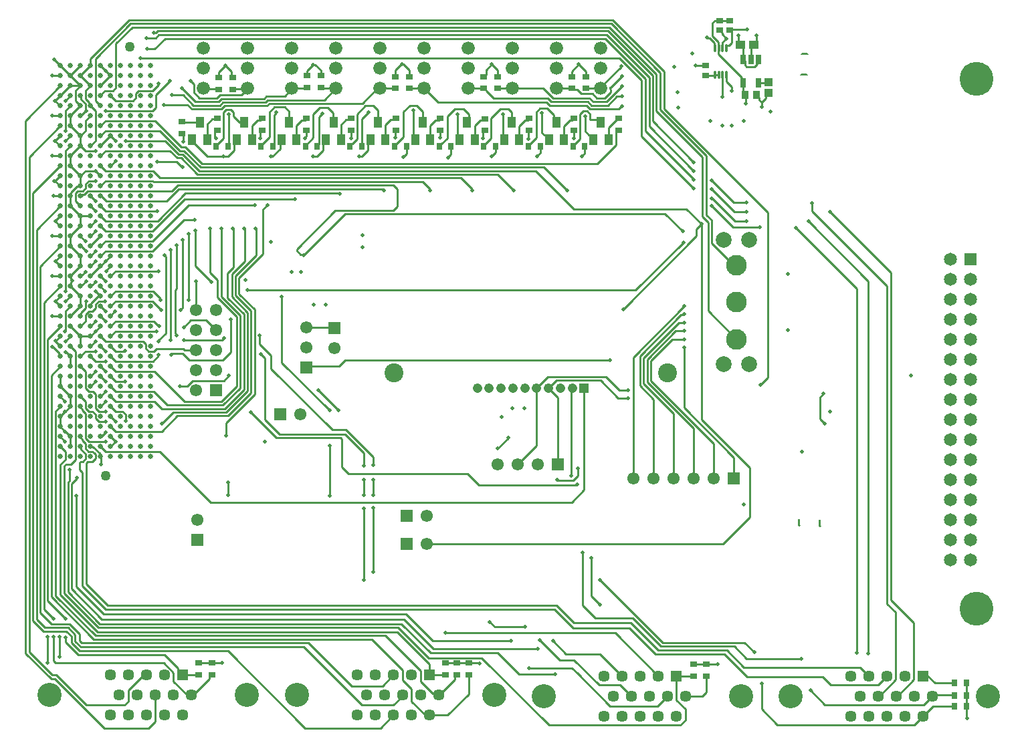
<source format=gbl>
G04*
G04 #@! TF.GenerationSoftware,Altium Limited,Altium Designer,20.0.10 (225)*
G04*
G04 Layer_Physical_Order=4*
G04 Layer_Color=16711680*
%FSLAX25Y25*%
%MOIN*%
G70*
G01*
G75*
%ADD12C,0.01000*%
%ADD68R,0.02756X0.03543*%
%ADD69R,0.03347X0.02756*%
%ADD73R,0.03543X0.02756*%
%ADD74C,0.05000*%
%ADD75C,0.09449*%
%ADD76C,0.04756*%
%ADD77R,0.04756X0.04756*%
%ADD78C,0.12000*%
%ADD79C,0.05700*%
%ADD80R,0.05700X0.05700*%
%ADD81C,0.06600*%
%ADD82C,0.07900*%
%ADD83C,0.10300*%
%ADD84O,0.01000X0.04000*%
%ADD85O,0.04000X0.01000*%
%ADD86C,0.06496*%
%ADD87R,0.06496X0.06496*%
%ADD88R,0.06102X0.06102*%
%ADD89C,0.06102*%
%ADD90C,0.16900*%
%ADD91R,0.06102X0.06102*%
%ADD92C,0.02000*%
%ADD117C,0.02520*%
%ADD118R,0.03937X0.05512*%
%ADD119R,0.03543X0.03150*%
G04:AMPARAMS|DCode=120|XSize=11.81mil|YSize=39.37mil|CornerRadius=1.95mil|HoleSize=0mil|Usage=FLASHONLY|Rotation=180.000|XOffset=0mil|YOffset=0mil|HoleType=Round|Shape=RoundedRectangle|*
%AMROUNDEDRECTD120*
21,1,0.01181,0.03547,0,0,180.0*
21,1,0.00791,0.03937,0,0,180.0*
1,1,0.00390,-0.00396,0.01774*
1,1,0.00390,0.00396,0.01774*
1,1,0.00390,0.00396,-0.01774*
1,1,0.00390,-0.00396,-0.01774*
%
%ADD120ROUNDEDRECTD120*%
%ADD121R,0.04134X0.04134*%
G04:AMPARAMS|DCode=122|XSize=25.59mil|YSize=47.24mil|CornerRadius=1.92mil|HoleSize=0mil|Usage=FLASHONLY|Rotation=180.000|XOffset=0mil|YOffset=0mil|HoleType=Round|Shape=RoundedRectangle|*
%AMROUNDEDRECTD122*
21,1,0.02559,0.04341,0,0,180.0*
21,1,0.02175,0.04724,0,0,180.0*
1,1,0.00384,-0.01088,0.02170*
1,1,0.00384,0.01088,0.02170*
1,1,0.00384,0.01088,-0.02170*
1,1,0.00384,-0.01088,-0.02170*
%
%ADD122ROUNDEDRECTD122*%
%ADD123R,0.03740X0.04134*%
%ADD124R,0.04921X0.04331*%
G36*
X39500Y225500D02*
D01*
D02*
G37*
D12*
X293573Y363645D02*
G03*
X293573Y364661I-4773J508D01*
G01*
X69346Y258700D02*
Y259133D01*
X83500Y258700D02*
Y291500D01*
X98300Y372153D02*
X101800Y375653D01*
X68500Y238100D02*
Y238500D01*
X72100Y242100D01*
X349484Y387184D02*
X351300Y389000D01*
Y389077D01*
X341803Y389461D02*
X341995Y389269D01*
X345457Y384283D02*
Y386843D01*
X343031Y389269D02*
X345457Y386843D01*
X347425Y384283D02*
X347516Y384193D01*
X349484D02*
Y387184D01*
X341995Y389269D02*
X343031D01*
X344500Y390346D02*
Y396900D01*
Y390346D02*
X347425Y387420D01*
Y384283D02*
Y387420D01*
X345457Y384283D02*
X345547Y384193D01*
X357500Y386507D02*
X359826Y384180D01*
Y378594D02*
Y384180D01*
Y378594D02*
X360606Y377814D01*
X361447Y375031D02*
X365230D01*
X360606Y375872D02*
X361447Y375031D01*
X360606Y375872D02*
Y377814D01*
X368900Y354800D02*
Y357300D01*
Y357300D01*
X370933Y360276D02*
X372500Y361842D01*
X370933Y359333D02*
Y360276D01*
X368900Y357300D02*
X370933Y359333D01*
X80422Y347331D02*
X88900D01*
X80100Y347653D02*
X80422Y347331D01*
X163785Y335694D02*
X164663Y336572D01*
X165056D01*
X167300Y338815D01*
X163785Y335300D02*
Y335694D01*
X167300Y338815D02*
Y341367D01*
X164225Y339275D02*
Y343139D01*
X164333Y343247D01*
X195500Y339385D02*
Y353200D01*
Y339385D02*
X196215Y338669D01*
X259500Y342018D02*
Y351800D01*
X261380Y340925D02*
X262849Y339457D01*
X260593Y340925D02*
X261380D01*
X262849Y338669D02*
Y339457D01*
X259500Y342018D02*
X260593Y340925D01*
X280900Y342829D02*
Y350400D01*
X283591Y340925D02*
X285060Y339457D01*
X282804Y340925D02*
X283591D01*
X285060Y338669D02*
Y339457D01*
X280900Y342829D02*
X282804Y340925D01*
X77854Y315900D02*
X185500D01*
X187500Y305400D02*
Y313900D01*
X185500Y315900D02*
X187500Y313900D01*
X82661Y61500D02*
X85800D01*
X93788Y69488D01*
Y70669D01*
X94666Y71547D02*
X95000D01*
X93788Y70669D02*
X94666Y71547D01*
X208000Y61500D02*
X208300D01*
X216055Y69255D01*
Y70669D01*
X216933Y71547D01*
X217000D01*
X207101Y62399D02*
X208000Y61500D01*
X199000Y68403D02*
Y73500D01*
X205004Y62399D02*
X207101D01*
X199000Y68403D02*
X205004Y62399D01*
X201513Y51300D02*
X203500D01*
X194500Y58313D02*
Y64500D01*
X202601Y52399D02*
X203500Y51500D01*
X194500Y58313D02*
X201513Y51300D01*
X203500Y51500D02*
X212500D01*
X75800Y68362D02*
X82661Y61500D01*
X71069Y77500D02*
X75800Y72769D01*
Y68362D02*
Y72769D01*
X28200Y81600D02*
X71400D01*
X77939Y73761D02*
X80200Y71500D01*
X71400Y81600D02*
X77939Y75061D01*
Y73761D02*
Y75061D01*
X22000Y87800D02*
X28200Y81600D01*
X22000Y87800D02*
Y90373D01*
X14900Y69500D02*
X16719D01*
X2000Y82400D02*
X14900Y69500D01*
X2000Y82400D02*
Y348000D01*
X2000Y348000D01*
X15500Y71500D02*
X17500D01*
X3900Y83100D02*
X15500Y71500D01*
X3900Y83100D02*
Y329900D01*
X3900Y329900D01*
X169600Y56500D02*
X185500D01*
X29546Y85500D02*
X140600D01*
X169600Y56500D01*
X164600Y66000D02*
X180000D01*
X30091Y87500D02*
X143100D01*
X164600Y66000D01*
X328300Y46500D02*
X330900Y49100D01*
X229469Y80031D02*
X263000Y46500D01*
X328300D01*
X326500Y59000D02*
X330900Y54600D01*
Y49100D02*
Y54600D01*
X209231Y80031D02*
X229469D01*
X53754Y398300D02*
X294800D01*
X320500Y354000D02*
Y372600D01*
X294800Y398300D02*
X320500Y372600D01*
X54500Y396500D02*
X293900D01*
X318500Y353454D02*
Y371900D01*
X293900Y396500D02*
X318500Y371900D01*
X316500Y352909D02*
Y371354D01*
X55246Y394700D02*
X293154D01*
X316500Y371354D01*
X314700Y347875D02*
Y370500D01*
X292300Y392900D02*
X314700Y370500D01*
X68054Y392900D02*
X292300D01*
X71700Y389000D02*
X290954D01*
X310877Y369077D01*
X298009Y379400D02*
X309077Y368332D01*
X59500Y379400D02*
X298009D01*
X310877Y343023D02*
Y369077D01*
X68500Y390800D02*
X291700D01*
X288800Y364800D02*
X299028Y375028D01*
X309077Y340323D02*
Y368332D01*
X312900Y345200D02*
Y369600D01*
X291700Y390800D02*
X312900Y369600D01*
X299028Y375028D02*
Y375128D01*
X230133Y339353D02*
Y342222D01*
X230033Y342322D02*
X230911Y343200D01*
X230033Y342322D02*
X230133Y342222D01*
X230911Y343200D02*
X231100D01*
X234100Y339365D02*
Y349336D01*
X231635Y336900D02*
X234100Y339365D01*
Y349336D02*
X238665Y353900D01*
X37040Y376519D02*
X37100Y376579D01*
Y379100D02*
X54500Y396500D01*
X37100Y376579D02*
Y379100D01*
X365230Y375031D02*
X366527Y376328D01*
Y377814D01*
X367306Y378594D01*
X368873Y354827D02*
Y357300D01*
Y354827D02*
X368900Y354800D01*
X367724Y358449D02*
X368873Y357300D01*
X348000Y398062D02*
X353000D01*
X347962Y398100D02*
X348000Y398062D01*
X344500Y396900D02*
X345700Y398100D01*
X347962D01*
X353008Y394016D02*
X353127Y393361D01*
X353222Y392842D01*
X352278Y393338D02*
X353000D01*
Y394035D02*
X353008Y394016D01*
X352278Y393338D02*
X352844Y393040D01*
X353000Y393338D02*
Y394035D01*
X352844Y393040D02*
X353222Y392842D01*
X353359Y392979D02*
X353748Y392589D01*
X353000Y393338D02*
X353359Y392979D01*
X354100Y387065D02*
Y392238D01*
X353748Y392589D02*
X353850Y392488D01*
X354100Y392238D01*
X353000Y393338D02*
X353162Y393500D01*
X361800D01*
X348000Y393338D02*
X348156Y393494D01*
X348178D02*
X348456Y393264D01*
X349565Y390813D02*
X351300Y389077D01*
X349272Y391106D02*
Y391986D01*
X348156Y393494D02*
X348178D01*
X349272Y391106D02*
X349565Y390813D01*
X348392Y392866D02*
X348456Y393264D01*
X348392Y392866D02*
X349272Y391986D01*
X352693Y385657D02*
X354100Y387065D01*
X351453Y367647D02*
Y370807D01*
Y367647D02*
X354000Y365100D01*
Y363000D02*
Y365100D01*
X347500Y381200D02*
Y384177D01*
X359047Y367759D02*
Y369653D01*
Y367759D02*
X359826Y366980D01*
X347500Y381200D02*
X359047Y369653D01*
X347500Y384177D02*
X347516Y384193D01*
X359826Y361000D02*
Y366980D01*
X366354Y361000D02*
X367724Y359630D01*
Y358449D02*
Y359630D01*
X16750Y358000D02*
X19250Y360500D01*
X16750Y298000D02*
X19250Y300500D01*
X16750Y298000D02*
X19250Y295500D01*
X24800Y269006D02*
X25515Y268291D01*
X24283Y230283D02*
Y230500D01*
X74954Y313000D02*
X77854Y315900D01*
X78400Y313900D02*
X179829D01*
X72500Y308000D02*
X78400Y313900D01*
X179829D02*
X180329Y313400D01*
X180600D01*
X158509Y311791D02*
X158700Y311600D01*
X157802Y311791D02*
X158509D01*
X157793Y311800D02*
X157802Y311791D01*
X398000Y199300D02*
Y210100D01*
X399700Y211800D01*
X398000Y199300D02*
X400200Y197100D01*
X385850Y294650D02*
X416300Y264200D01*
X392200Y297800D02*
Y297900D01*
X422000Y82324D02*
Y268000D01*
X392200Y297800D02*
X422000Y268000D01*
X403100Y302500D02*
X433300Y272300D01*
Y109100D02*
Y272300D01*
X237500Y184500D02*
X242600Y189600D01*
Y190100D01*
X153600Y161462D02*
Y185900D01*
X153138Y161000D02*
X153600Y161462D01*
X372100Y219800D02*
Y302400D01*
X368441Y216141D02*
X372100Y219800D01*
X320500Y354000D02*
X372100Y302400D01*
X284000Y111100D02*
X288500Y106600D01*
X284000Y111100D02*
Y130000D01*
X306100Y263600D02*
X329900Y287400D01*
X112700Y263600D02*
X306100D01*
X320786Y301614D02*
X329600Y292800D01*
X161354Y301614D02*
X320786D01*
X336500Y290500D02*
Y294000D01*
X339000Y296500D01*
Y199000D02*
Y296500D01*
X299970Y253970D02*
X336500Y290500D01*
X299970Y253970D02*
X299970D01*
X46960Y262960D02*
X65519D01*
X69346Y259133D01*
X71500Y281000D02*
X72100Y280400D01*
Y242100D02*
Y280400D01*
X65479Y258000D02*
X69800Y253679D01*
Y253500D02*
Y253679D01*
X81754Y311800D02*
X157793D01*
X79961Y341608D02*
X80900Y340669D01*
X275500Y304000D02*
X331500D01*
X339000Y296500D01*
X313700Y218300D02*
Y228246D01*
X324494Y239040D01*
X330200Y204826D02*
Y234900D01*
X324494Y239040D02*
X330200D01*
X311900Y228991D02*
X326089Y243180D01*
X330200D01*
X327683Y247320D02*
X330200D01*
X310000Y229637D02*
X327683Y247320D01*
X328812Y251312D02*
X330052D01*
X330170Y251430D01*
X308200Y230700D02*
X328812Y251312D01*
X305000Y230046D02*
X330427Y255473D01*
X361000Y356500D02*
Y360354D01*
X340961Y375500D02*
X341000Y375461D01*
X335900Y375500D02*
X340961D01*
X79764Y334900D02*
X81826D01*
X66705Y347960D02*
X79764Y334900D01*
X41960Y347960D02*
X66705D01*
X79019Y333100D02*
X81080D01*
X69159Y342960D02*
X79019Y333100D01*
X41960Y342960D02*
X69159D01*
X78273Y331300D02*
X80335D01*
X71573Y338000D02*
X78273Y331300D01*
X52000Y338000D02*
X71573D01*
X77528Y329500D02*
X79589D01*
X74068Y332960D02*
X77528Y329500D01*
X41960Y332960D02*
X74068D01*
X80600Y337600D02*
Y340369D01*
X80900Y340669D01*
X190601Y99399D02*
X205300Y84700D01*
X257500D01*
X354700Y294800D02*
X368000D01*
X344000Y305500D02*
X354700Y294800D01*
X394100Y303117D02*
Y307000D01*
Y303117D02*
X431500Y265717D01*
X355600Y297900D02*
X361200D01*
X344200Y309300D02*
X355600Y297900D01*
X355400Y302500D02*
X361300D01*
X344000Y313900D02*
X355400Y302500D01*
X355100Y307200D02*
X361700D01*
X344100Y318200D02*
X355100Y307200D01*
X129800Y227400D02*
X153600Y203600D01*
X129800Y227400D02*
Y260400D01*
X46900Y337900D02*
Y338100D01*
X44500Y340500D02*
X46900Y338100D01*
X65455Y352976D02*
X66960Y354481D01*
X41976Y352976D02*
X65455D01*
X68500Y366021D02*
Y366600D01*
X65459Y362980D02*
X68500Y366021D01*
X29700Y350500D02*
X32152Y352952D01*
X32352D01*
X29500Y350500D02*
X29700D01*
X22000Y358000D02*
X24500Y360500D01*
X335200Y318500D02*
Y318700D01*
X66500Y383800D02*
X71700Y389000D01*
X62800Y383800D02*
X66500D01*
X62500Y389300D02*
X67000D01*
X68500Y390800D01*
X66156Y391991D02*
X67146D01*
X68054Y392900D01*
X65982Y391818D02*
X66156Y391991D01*
X92640Y338669D02*
Y346440D01*
X97361Y348814D02*
X97700Y349153D01*
X92640Y346440D02*
X95014Y348814D01*
X97361D01*
X114851Y338669D02*
Y345551D01*
X117575Y348275D01*
X119033D02*
X119911Y349153D01*
X117575Y348275D02*
X119033D01*
X137062Y338669D02*
Y345562D01*
X141244Y348275D02*
X142122Y349153D01*
X139775Y348275D02*
X141244D01*
X137062Y345562D02*
X139775Y348275D01*
X159274Y338669D02*
Y345973D01*
X163638Y348458D02*
X164333Y349153D01*
X161758Y348458D02*
X163638D01*
X159274Y345973D02*
X161758Y348458D01*
X181485Y338669D02*
Y345985D01*
X185855Y348463D02*
X186544Y349153D01*
X183963Y348463D02*
X185855D01*
X181485Y345985D02*
X183963Y348463D01*
X203696Y338669D02*
Y345596D01*
X207878Y348275D02*
X208755Y349153D01*
X206375Y348275D02*
X207878D01*
X203696Y345596D02*
X206375Y348275D01*
X225907Y338669D02*
Y345507D01*
X230089Y348275D02*
X230967Y349153D01*
X225907Y345507D02*
X228675Y348275D01*
X230089D01*
X270329Y338669D02*
Y345229D01*
X274511Y348275D02*
X275389Y349153D01*
X273375Y348275D02*
X274511D01*
X270329Y345229D02*
X273375Y348275D01*
X250975D02*
X252300D01*
X248118Y338669D02*
Y345418D01*
X252300Y348275D02*
X253178Y349153D01*
X248118Y345418D02*
X250975Y348275D01*
X265374Y348546D02*
Y350962D01*
Y348546D02*
X266589Y347331D01*
X262035Y354300D02*
X265374Y350962D01*
X258465Y354300D02*
X262035D01*
X256600Y352435D02*
X258465Y354300D01*
X256600Y339464D02*
Y352435D01*
X276107Y336572D02*
X278361Y338825D01*
Y343610D02*
X278361Y343610D01*
Y351396D01*
X278361Y338825D02*
Y343610D01*
X278361Y351396D02*
X279865Y352900D01*
X274847Y335694D02*
X275725Y336572D01*
X274847Y335300D02*
Y335694D01*
X275725Y336572D02*
X276107D01*
X253707D02*
X256600Y339464D01*
X261581Y357300D02*
X263181Y355700D01*
X281681D02*
X283428Y353953D01*
X235276Y359200D02*
X262227D01*
X263927Y357500D01*
X282427D02*
X284174Y355753D01*
X264865Y359300D02*
X283172D01*
X260012Y364153D02*
X264865Y359300D01*
X263181Y355700D02*
X281681D01*
X207653Y357300D02*
X261581D01*
X244800Y364153D02*
X260012D01*
X263927Y357500D02*
X282427D01*
X283172Y359300D02*
X284920Y357553D01*
X200800Y364153D02*
X207653Y357300D01*
X231572Y362905D02*
X235276Y359200D01*
X215864Y353900D02*
X220400D01*
X217300Y339796D02*
Y351400D01*
X239900Y339407D02*
Y351400D01*
X238665Y353900D02*
X242800D01*
X244378Y352322D01*
X212200Y350236D02*
X215864Y353900D01*
X220400D02*
X222900Y351400D01*
X292279Y355753D02*
X296700Y360173D01*
X244378Y347331D02*
Y352322D01*
X239900Y339407D02*
X240637Y338669D01*
X208210Y335694D02*
X209088Y336572D01*
X208210Y335300D02*
Y335694D01*
X209088Y336572D02*
X209372D01*
X212200Y339400D01*
Y350236D01*
X217300Y339796D02*
X218426Y338669D01*
X222167Y347331D02*
X222900Y348064D01*
Y351400D01*
X185997Y335694D02*
X186875Y336572D01*
X186947D01*
X186370Y339530D02*
Y343073D01*
X186947Y336572D02*
X190400Y340025D01*
X186370Y343073D02*
X186544Y343247D01*
X190400Y340025D02*
Y352500D01*
X185997Y335300D02*
Y335694D01*
X190400Y352500D02*
X193600Y355700D01*
X197000D01*
X199955Y352745D01*
Y347331D02*
Y352745D01*
X125265Y335300D02*
X126100Y336135D01*
Y351029D02*
X127100Y352029D01*
X126100Y336135D02*
Y351029D01*
X127100Y352029D02*
Y352300D01*
X147478Y335300D02*
X148300Y336122D01*
Y350000D02*
X150000Y351700D01*
X148300Y336122D02*
Y350000D01*
X167305Y341372D02*
Y351441D01*
X167300Y341367D02*
X167305Y341372D01*
Y351441D02*
X171465Y355600D01*
X169690Y348890D02*
X173100Y352300D01*
X169690Y335300D02*
Y348890D01*
X175500Y355600D02*
X177744Y353356D01*
X171465Y355600D02*
X175500D01*
X123549Y356600D02*
X169919D01*
X177744Y347331D02*
Y353356D01*
X177472Y364153D02*
X178800D01*
X169919Y356600D02*
X177472Y364153D01*
X178800D02*
X178824Y364176D01*
X145400Y339521D02*
Y351236D01*
X141572Y335694D02*
X145400Y339521D01*
Y351236D02*
X148765Y354600D01*
X150325Y337201D02*
X151793Y338669D01*
X150325Y333300D02*
Y337201D01*
X147324Y330300D02*
X150325Y333300D01*
X148765Y354600D02*
X152700D01*
X155199Y352101D01*
Y347665D02*
Y352101D01*
Y347665D02*
X155533Y347331D01*
X122804Y358400D02*
X151047D01*
X156800Y364153D01*
X119360Y335694D02*
X123600Y339934D01*
Y352336D02*
X126065Y354800D01*
X123600Y339934D02*
Y352336D01*
X133322Y347331D02*
Y352762D01*
X131284Y354800D02*
X133322Y352762D01*
X126065Y354800D02*
X131284D01*
X122449Y355500D02*
X123549Y356600D01*
X121704Y357300D02*
X122804Y358400D01*
X122058Y360200D02*
X131200D01*
X120958Y359100D02*
X122058Y360200D01*
X131200D02*
X134800Y363800D01*
X128900Y334088D02*
Y337987D01*
X125012Y330200D02*
X128900Y334088D01*
Y337987D02*
X129582Y338669D01*
X88535Y323100D02*
X256400D01*
X275500Y304000D01*
X80335Y331300D02*
X88535Y323100D01*
X81080Y333100D02*
X89280Y324900D01*
X260400D01*
X271900Y313400D01*
X81826Y334900D02*
X90026Y326700D01*
X286992D01*
X296328Y336036D01*
X212700Y329600D02*
Y329871D01*
X283400Y348504D02*
Y351435D01*
Y348504D02*
X287627D01*
X284920Y357553D02*
X291534D01*
X284174Y355753D02*
X292279D01*
X283428Y353953D02*
X297632D01*
X281936Y352900D02*
X283400Y351435D01*
X279865Y352900D02*
X281936D01*
X287627Y348504D02*
X288800Y347331D01*
X284665Y361500D02*
X286812Y359353D01*
X290788D01*
X293573Y362138D01*
X279153Y361500D02*
X284665D01*
X293573Y362138D02*
Y363645D01*
X297632Y353953D02*
X298929Y355250D01*
X231572Y362905D02*
Y363322D01*
X230717Y364176D02*
X231572Y363322D01*
X222824Y364176D02*
X230717D01*
X291534Y357553D02*
X299200Y365219D01*
X278302Y362352D02*
X279153Y361500D01*
X280753Y331853D02*
Y335300D01*
X279200Y330300D02*
X280753Y331853D01*
X258540Y331911D02*
Y335300D01*
X257100Y330471D02*
X258540Y331911D01*
X257100Y330200D02*
Y330471D01*
X236328Y332328D02*
Y335300D01*
X234400Y330400D02*
X236328Y332328D01*
X214100Y331271D02*
Y335315D01*
X212700Y329871D02*
X214100Y331271D01*
X191903Y331703D02*
Y335300D01*
X190300Y330100D02*
X191903Y331703D01*
X87789Y321300D02*
X237365D01*
X245265Y313400D01*
X271900D02*
Y313400D01*
X68979Y319500D02*
X219100D01*
X224800Y313800D01*
X200000Y317700D02*
X203700Y314000D01*
X65779Y317700D02*
X200000D01*
X298929Y355250D02*
X299200D01*
X299111Y360173D02*
X299200Y360262D01*
X296700Y360173D02*
X299111D01*
X293573Y364661D02*
X299200Y370287D01*
X266824Y364176D02*
X274300D01*
X278302Y362352D02*
Y362352D01*
X276986Y363667D02*
X278302Y362352D01*
X274809Y363667D02*
X276986D01*
X274300Y364176D02*
X274809Y363667D01*
X299200Y365219D02*
Y365275D01*
X288800Y364153D02*
Y364800D01*
X142300Y372900D02*
X145500Y376100D01*
X142300Y370605D02*
Y372900D01*
X145500Y376100D02*
X146353D01*
X149300Y373153D01*
Y370605D02*
Y373153D01*
X65519Y322960D02*
X68979Y319500D01*
X39500Y315500D02*
X41960Y317960D01*
X65519D01*
X65779Y317700D01*
X172536Y337201D02*
X174004Y338669D01*
X172536Y333299D02*
Y337201D01*
X169637Y330400D02*
X172536Y333299D01*
X168200Y330400D02*
X169637D01*
X145300Y330300D02*
X147324D01*
X119070Y342406D02*
X119911Y343247D01*
X119070Y339322D02*
Y342406D01*
X124400Y330200D02*
X125012D01*
X85160Y337882D02*
Y338669D01*
Y337882D02*
X92742Y330300D01*
X100700D01*
X105902Y337201D02*
X107371Y338669D01*
X105902Y333303D02*
Y337201D01*
X102899Y330300D02*
X105902Y333303D01*
X100700Y330300D02*
X102899D01*
X99728Y359100D02*
X120958D01*
X100473Y357300D02*
X121704D01*
X101219Y355500D02*
X122449D01*
X102353Y336000D02*
X103200Y336847D01*
X102353Y336000D02*
X103053Y335300D01*
X100672Y339218D02*
Y352207D01*
X97147Y335694D02*
X100672Y339218D01*
X108534Y347331D02*
X111111D01*
X105700Y350165D02*
X108534Y347331D01*
X102164Y353700D02*
X104235D01*
X100672Y352207D02*
X102164Y353700D01*
X99672Y353953D02*
X101219Y355500D01*
X84933Y353953D02*
X99672D01*
X82785Y356100D02*
X84933Y353953D01*
X98926Y355753D02*
X100473Y357300D01*
X85785Y355753D02*
X98926D01*
X80585Y360952D02*
X85785Y355753D01*
X98181Y357553D02*
X99728Y359100D01*
X86747Y357553D02*
X98181D01*
X79900Y364400D02*
X86747Y357553D01*
X98982Y360900D02*
X109547D01*
X112574Y363926D01*
X97435Y359353D02*
X98982Y360900D01*
X88812Y359353D02*
X97435D01*
X86000Y362164D02*
X88812Y359353D01*
X105700Y350165D02*
Y352236D01*
X104235Y353700D02*
X105700Y352236D01*
X103200Y336847D02*
Y351200D01*
X96428Y339872D02*
X96900Y339400D01*
X105902Y340138D02*
X107371Y338669D01*
X79589Y329500D02*
X87789Y321300D01*
X81500Y309000D02*
X136400D01*
X65500Y293000D02*
X81500Y309000D01*
X67954Y298000D02*
X81754Y311800D01*
X156400Y303300D02*
X185400D01*
X187500Y305400D01*
X137214Y284114D02*
X156400Y303300D01*
X137214Y283286D02*
Y284114D01*
Y283286D02*
X139175Y281325D01*
X120500Y303900D02*
X122700Y306100D01*
X120500Y281637D02*
Y303900D01*
X83300Y305800D02*
X116500D01*
X65500Y288000D02*
X83300Y305800D01*
X81100Y298600D02*
X86500D01*
X65500Y283000D02*
X81100Y298600D01*
X208700Y343192D02*
X208755Y343247D01*
X208700Y339500D02*
Y343192D01*
X104900Y271500D02*
X111300Y277900D01*
X111125Y294200D02*
X111300Y294025D01*
Y277900D02*
Y294025D01*
X116900Y280800D02*
Y294100D01*
X116800Y294200D02*
X116900Y294100D01*
X106700Y270600D02*
X116900Y280800D01*
X252600Y342670D02*
X253178Y343247D01*
X252600Y339100D02*
Y342670D01*
X94100Y272189D02*
Y294200D01*
Y272189D02*
X97550Y268739D01*
X99775Y260225D02*
Y294200D01*
X105450D02*
X105600Y294050D01*
Y274900D02*
Y294050D01*
X102800Y259746D02*
Y272100D01*
X105600Y274900D01*
X104900Y260191D02*
Y271500D01*
X106700Y260937D02*
Y270600D01*
X71100Y356100D02*
X82785D01*
X75152Y360952D02*
X80585D01*
X112574Y363926D02*
X112800Y364153D01*
X86000Y362164D02*
Y366145D01*
X84311Y367835D02*
X86000Y366145D01*
X84311Y367835D02*
Y367991D01*
X134800Y363800D02*
Y364153D01*
X105300Y363700D02*
X105526Y363926D01*
X112574D01*
X281300Y364200D02*
X281324Y364176D01*
X288776D01*
X288800Y364153D01*
X266800D02*
X266824Y364176D01*
X237300Y364200D02*
X237324Y364176D01*
X244776D01*
X244800Y364153D01*
X222800D02*
X222824Y364176D01*
X193300Y364200D02*
X193324Y364176D01*
X200776D01*
X200800Y364153D01*
X178824Y364176D02*
X186276D01*
X186300Y364200D01*
X149300Y364700D02*
X149574Y364426D01*
X156526D01*
X156800Y364153D01*
X134800D02*
X135074Y364426D01*
X142026D01*
X142300Y364700D01*
X90800Y364153D02*
X91026Y363926D01*
X98074D01*
X98300Y363700D01*
X108500Y261682D02*
Y269637D01*
X120500Y281637D01*
X111600Y268600D02*
X111700Y268700D01*
X104900Y260191D02*
X112650Y252441D01*
X106700Y260937D02*
X114450Y253187D01*
X108500Y261682D02*
X116250Y253932D01*
Y211659D02*
Y253932D01*
X97550Y259904D02*
Y268739D01*
Y259904D02*
X107250Y250204D01*
X86800Y275600D02*
X94800Y267600D01*
X86800Y275600D02*
Y293300D01*
X87000Y253500D02*
Y268000D01*
X80500Y254971D02*
Y288500D01*
X76782Y242124D02*
Y263481D01*
X77500Y264199D02*
Y286000D01*
X74500Y238500D02*
Y283500D01*
X39600Y176700D02*
Y180400D01*
X39500Y190500D02*
X39890D01*
X33561Y187960D02*
X41960D01*
X42000Y188000D01*
X41945Y192555D02*
Y192555D01*
X39500Y180500D02*
X39600Y180400D01*
X39890Y190500D02*
X41945Y192555D01*
X39209Y180791D02*
X39500Y180500D01*
X97147Y335300D02*
Y335694D01*
X96428Y339872D02*
Y342369D01*
X77280Y327600D02*
X79980Y324900D01*
X80300D01*
X42000Y293000D02*
X65500D01*
X42000Y298000D02*
X67954D01*
X141281Y339322D02*
Y339737D01*
X274200Y157700D02*
X280500Y164000D01*
X94200Y157700D02*
X274200D01*
X280500Y164000D02*
Y214522D01*
X276639Y166250D02*
X277039Y166650D01*
X170600Y119000D02*
Y154600D01*
X170700Y154700D01*
X288500Y118800D02*
X319600Y87700D01*
X279600Y106300D02*
X286000Y99900D01*
X279600Y106300D02*
Y132700D01*
X114425Y202575D02*
X127100Y189900D01*
X114319Y202575D02*
X114425D01*
X127100Y189900D02*
X159014D01*
X39500Y265300D02*
X41600Y263200D01*
Y263000D02*
Y263200D01*
X39500Y265300D02*
Y265500D01*
X13000Y108500D02*
Y238900D01*
Y108500D02*
X22000Y99500D01*
X13000Y238900D02*
X19500Y245400D01*
X11200Y257200D02*
X19500Y265500D01*
X11200Y104300D02*
Y257200D01*
Y104300D02*
X16000Y99500D01*
X9400Y102565D02*
Y275400D01*
Y102565D02*
X14965Y97000D01*
X24000D01*
X9400Y275400D02*
X19500Y285500D01*
X7600Y293600D02*
X19500Y305500D01*
X7600Y99354D02*
Y293600D01*
Y99354D02*
X11754Y95200D01*
X5800Y311800D02*
X19500Y325500D01*
X5800Y98609D02*
Y311800D01*
Y98609D02*
X11009Y93400D01*
X15577Y235200D02*
X18937Y231840D01*
X15500Y235200D02*
X15577D01*
X18937Y231474D02*
Y231840D01*
Y231474D02*
X19500Y230911D01*
X17100Y237900D02*
Y238200D01*
Y237900D02*
X19500Y235500D01*
X17100Y238200D02*
X17200D01*
X19500Y240500D01*
X22000Y237900D02*
Y238000D01*
X24500Y240500D01*
X21960Y243260D02*
Y252960D01*
X21800Y243100D02*
X21960Y243260D01*
Y252960D02*
X24500Y255500D01*
X18500Y250500D02*
X19000Y251000D01*
X15500Y250500D02*
X18500D01*
X19000Y251000D02*
X19500Y250500D01*
X16900Y258000D02*
X17000D01*
X19500Y260500D01*
X17000Y258000D02*
X19500Y255500D01*
X21900Y257900D02*
Y258050D01*
X24350Y260500D01*
X22000Y263100D02*
Y333000D01*
X15400Y270500D02*
X19500D01*
X31900Y272600D02*
Y272700D01*
X29800Y270500D02*
X31900Y272600D01*
X32200Y268000D02*
X32300D01*
X29700Y265500D02*
X32200Y268000D01*
X34709Y265500D02*
X36909Y267700D01*
X37000D01*
X42200Y273000D02*
Y273200D01*
X44500Y275500D01*
X41900Y268100D02*
X42000D01*
X39500Y270500D02*
X41900Y268100D01*
X248100Y71900D02*
X266000D01*
X237500Y82500D02*
X248100Y71900D01*
X274400Y75100D02*
X277000Y72500D01*
X252900Y75100D02*
X274400D01*
X471053Y50047D02*
Y55800D01*
Y50047D02*
X471200Y49900D01*
X368900Y54500D02*
Y67400D01*
Y54500D02*
X376800Y46600D01*
X32000Y348000D02*
X34500Y350500D01*
X32000Y343000D02*
Y348000D01*
X29500Y340500D02*
X32000Y343000D01*
X16500Y378500D02*
X19500Y375500D01*
X37100Y333100D02*
Y333100D01*
X29500Y335500D02*
X31960Y333040D01*
X37040D01*
X37100Y333100D01*
X39500Y305500D02*
X42000Y303000D01*
X67600D01*
X29500Y300500D02*
X34500D01*
X39500Y260500D02*
Y260700D01*
X37100Y263100D02*
X39500Y260700D01*
X52000Y198200D02*
Y201479D01*
X44500Y205500D02*
X46960Y203040D01*
X50439D01*
X52000Y201479D01*
X349700Y136900D02*
X363000Y150200D01*
Y175000D01*
X339000Y199000D02*
X363000Y175000D01*
X202200Y136900D02*
X349700D01*
X202000Y137100D02*
X202200Y136900D01*
X46700Y253100D02*
X46800D01*
X44500Y250900D02*
X46700Y253100D01*
X66000Y248000D02*
X68300Y245700D01*
X68800D01*
X44500Y250500D02*
Y250900D01*
X47000Y258000D02*
X65479D01*
X44500Y255500D02*
X47000Y258000D01*
X47000Y218000D02*
X51800D01*
X51800Y218000D01*
X44500Y220500D02*
X47000Y218000D01*
X46960Y233040D02*
X51690D01*
X51800Y233150D01*
X44500Y235500D02*
X46960Y233040D01*
Y242960D02*
X67270D01*
X67327Y242902D01*
X44500Y240500D02*
X46960Y242960D01*
X44500Y190500D02*
X47000Y188000D01*
X44500Y185500D02*
X47000Y188000D01*
X42000Y278000D02*
X44500Y280500D01*
X39500Y275500D02*
X42000Y278000D01*
X34500Y270500D02*
X39500Y275500D01*
X34500Y285500D02*
X39500Y290500D01*
X34500D02*
X37000Y293000D01*
X34500Y305500D02*
X37000Y303000D01*
X39500Y335500D02*
X44500Y340500D01*
X29500Y320500D02*
X31960Y322960D01*
X37040D01*
X39500Y320500D01*
X41640Y363040D02*
X45519D01*
X39500Y360500D02*
Y360900D01*
X41640Y363040D01*
X45519D02*
X47023Y364544D01*
X37040Y357960D02*
Y376519D01*
Y357960D02*
X39500Y355500D01*
X42000Y373000D02*
X44500Y370500D01*
X39500Y375500D02*
X42000Y373000D01*
X39500Y365500D02*
X44500Y370500D01*
X47023Y386477D02*
X55246Y394700D01*
X47023Y364544D02*
Y386477D01*
X34209Y210791D02*
X34500Y210500D01*
X29500Y215500D02*
X29791Y215209D01*
X19500Y195500D02*
Y200500D01*
X34500Y185500D02*
X34791Y185209D01*
X35815D01*
X39209Y181815D01*
Y180791D02*
Y181815D01*
X31960Y179481D02*
Y181917D01*
X29500Y185500D02*
X29791Y185209D01*
Y184086D02*
X31960Y181917D01*
X29791Y184086D02*
Y185209D01*
X412792Y75450D02*
X413400D01*
X32040Y184481D02*
X33481Y183040D01*
X413400Y75450D02*
X418050D01*
X32040Y184481D02*
Y186935D01*
X418050Y75450D02*
X422400Y71100D01*
X412742Y75400D02*
X412792Y75450D01*
X33481Y183040D02*
X35439D01*
X103000Y161500D02*
X103100Y161400D01*
X103000Y161500D02*
Y167600D01*
X175300Y123100D02*
Y154800D01*
X68940Y182960D02*
X94200Y157700D01*
X175400Y161400D02*
Y168800D01*
X170600Y161300D02*
Y168800D01*
X431500Y107061D02*
Y265717D01*
X335168Y327407D02*
Y327407D01*
X314700Y347875D02*
X335168Y327407D01*
X344100Y318200D02*
X344100D01*
X312900Y345200D02*
X335000Y323100D01*
X310877Y343023D02*
X335200Y318700D01*
X309077Y340323D02*
X335100Y314300D01*
X344200Y309300D02*
X344200D01*
X357500Y386507D02*
Y390550D01*
X351543Y385657D02*
X352693D01*
X351453Y384193D02*
Y385567D01*
X351543Y385657D01*
X416300Y82524D02*
X416300Y264200D01*
X416300Y82500D02*
Y82524D01*
X436552Y61100D02*
X444750Y69298D01*
X435900Y61100D02*
X436552D01*
X427552D02*
X435750Y69298D01*
X444750D02*
Y97650D01*
X435750Y69298D02*
Y102811D01*
X433300Y109100D02*
X444750Y97650D01*
X431500Y107061D02*
X435750Y102811D01*
X426900Y61100D02*
X427552D01*
X449400Y51100D02*
X449500D01*
X454200Y55800D02*
X465147D01*
X449500Y51100D02*
X454200Y55800D01*
X444900Y46600D02*
X449400Y51100D01*
X318800Y85800D02*
X355300D01*
X361400Y79700D01*
X388800D01*
X360500Y87700D02*
X365400Y82800D01*
X319600Y87700D02*
X360500D01*
X376800Y46600D02*
X444900D01*
X453900Y61500D02*
X465047D01*
X393400Y63800D02*
X400450Y56750D01*
X449550D01*
X453900Y61100D01*
X317340Y83960D02*
X351540D01*
X360100Y75400D02*
X412742D01*
X351540Y83960D02*
X360100Y75400D01*
X361700Y70600D02*
X399375D01*
X350277Y82023D02*
X361700Y70600D01*
X403225Y66750D02*
X427050D01*
X431400Y71100D01*
X399375Y70600D02*
X403225Y66750D01*
X344000Y286993D02*
Y298500D01*
X318500Y353454D02*
X341400Y330554D01*
Y301100D02*
X344000Y298500D01*
X341400Y301100D02*
Y330554D01*
X316500Y352909D02*
X339300Y330109D01*
Y300300D02*
Y330109D01*
Y300300D02*
X342200Y297400D01*
Y253200D02*
Y297400D01*
Y253200D02*
X356300Y239100D01*
X344000Y286993D02*
X354892Y276100D01*
X34500Y379046D02*
X53754Y398300D01*
X66960Y360946D02*
X74107Y368093D01*
X31960Y353040D02*
X32000Y353000D01*
X16750Y298000D02*
X17000D01*
X19250Y300500D02*
X19500D01*
X16750Y298000D02*
X16750D01*
X24500Y270500D02*
X24791Y270209D01*
X24800Y269006D02*
Y269100D01*
X24791Y269109D02*
X24800Y269100D01*
X24791Y269109D02*
Y270209D01*
X24500Y265500D02*
X24791Y265791D01*
Y267456D01*
X24500Y340089D02*
Y340500D01*
X22000Y338000D02*
X24500Y340500D01*
X29600Y285500D02*
X32200Y282900D01*
X29500Y285500D02*
X29600D01*
X31900Y288000D02*
X32000D01*
X29500Y290400D02*
X31900Y288000D01*
X29500Y290400D02*
Y290500D01*
Y270500D02*
X29800D01*
X24350Y260500D02*
X24500D01*
X29500Y265500D02*
X29700D01*
X24500Y270500D02*
X29500Y275500D01*
X346976Y76976D02*
X347000Y77000D01*
X341524Y76976D02*
X346976D01*
X303800Y97500D02*
X317340Y83960D01*
X304700Y99900D02*
X318800Y85800D01*
X303000Y95000D02*
X315977Y82023D01*
X350277D01*
X265611Y104389D02*
X275000Y95000D01*
X266811Y106189D02*
X275500Y97500D01*
X43111Y106189D02*
X266811D01*
X42167Y104389D02*
X265611D01*
X30500Y116056D02*
X42167Y104389D01*
X170700Y175900D02*
Y182254D01*
X175300Y176200D02*
Y180200D01*
X163150Y171900D02*
X222500D01*
X159600Y175450D02*
X163150Y171900D01*
X159600Y175450D02*
Y189314D01*
X228150Y166250D02*
X276639D01*
X222500Y171900D02*
X228150Y166250D01*
X161700Y193800D02*
X175300Y180200D01*
X128600Y191700D02*
X161254D01*
X170700Y182254D01*
X155100Y193800D02*
X161700D01*
X124500Y224400D02*
Y230900D01*
Y224400D02*
X155100Y193800D01*
X148000Y213500D02*
X158000Y203500D01*
X159014Y189900D02*
X159600Y189314D01*
X121300Y199000D02*
Y229600D01*
Y199000D02*
X128600Y191700D01*
X119300Y231600D02*
X121300Y229600D01*
X118800Y236600D02*
Y241000D01*
Y236600D02*
X124500Y230900D01*
X114450Y212404D02*
Y253187D01*
X112650Y213150D02*
Y252441D01*
X110850Y214035D02*
Y251696D01*
X109050Y214781D02*
Y250950D01*
X107250Y215526D02*
Y250204D01*
X99724Y208000D02*
X107250Y215526D01*
X100469Y206200D02*
X109050Y214781D01*
X101215Y204400D02*
X110850Y214035D01*
X102100Y202600D02*
X112650Y213150D01*
X102846Y200800D02*
X114450Y212404D01*
X102000Y197409D02*
X116250Y211659D01*
X104500Y232500D02*
Y248871D01*
X79282Y253482D02*
Y253753D01*
X80500Y254971D01*
X76782Y263481D02*
X77500Y264199D01*
X76782Y242124D02*
X77500Y241406D01*
Y241000D02*
Y241406D01*
X100000Y238500D02*
X101163Y239663D01*
X81000Y238500D02*
X100000D01*
X38300Y260500D02*
X39500D01*
X34791Y256991D02*
X38300Y260500D01*
X38521Y258000D02*
X41700D01*
X36980Y256459D02*
X38521Y258000D01*
X35479Y253000D02*
X36980Y254501D01*
Y256459D01*
X31960Y247960D02*
Y251439D01*
X33521Y253000D02*
X35479D01*
X29500Y245500D02*
X31960Y247960D01*
Y251439D02*
X33521Y253000D01*
X34500Y255500D02*
X34791Y255791D01*
Y256991D01*
X32109Y257863D02*
X32300Y258054D01*
X32109Y257102D02*
Y257863D01*
X79000Y215600D02*
X82664D01*
X85457Y218393D01*
X34500Y245500D02*
X36900Y247900D01*
X37100D01*
X32040Y254561D02*
Y257033D01*
X32109Y257102D01*
X24500Y365500D02*
X29500D01*
X27040Y363040D02*
X29500Y365500D01*
X27040Y357960D02*
Y363040D01*
Y357960D02*
X29500Y355500D01*
X24500Y345500D02*
Y350500D01*
X29500Y335500D02*
Y340500D01*
X24500Y325500D02*
Y330500D01*
X29500Y315500D02*
Y320500D01*
X24500Y305500D02*
Y310500D01*
X29500Y295500D02*
Y300500D01*
X24500Y285500D02*
Y290500D01*
X29500Y275500D02*
Y280500D01*
X29791Y250791D02*
Y252312D01*
X32040Y254561D01*
X29500Y250500D02*
X29791Y250791D01*
X29400Y255600D02*
Y260400D01*
X29500Y260500D01*
X29400Y255600D02*
X29500Y255500D01*
X15500Y330500D02*
X19500D01*
X16000Y310500D02*
X19500D01*
X17000Y278000D02*
X19500Y280500D01*
X17000Y278000D02*
X19500Y275500D01*
X16500Y318000D02*
X16750D01*
X15500Y290500D02*
X19500D01*
X68500Y231194D02*
Y231450D01*
X66051Y233040D02*
X67211Y234200D01*
X80665D01*
X74561Y231450D02*
X74948Y231837D01*
X80665Y234200D02*
X81365Y233500D01*
X80483Y231837D02*
X83820Y228500D01*
X74948Y231837D02*
X80483D01*
X286000Y99900D02*
X304700D01*
X275500Y97500D02*
X303800D01*
X449400Y71100D02*
X451767D01*
X455267Y67600D02*
X465147D01*
X451767Y71100D02*
X455267Y67600D01*
X465047Y61500D02*
X465147Y61400D01*
X471053D02*
Y67600D01*
Y55800D02*
Y61400D01*
X42040Y182960D02*
X68940D01*
X66960Y354481D02*
Y360946D01*
X67600Y327600D02*
X77280D01*
X42040Y322960D02*
X65519D01*
X33024Y313000D02*
X74954D01*
X42209Y308000D02*
X72500D01*
X58501Y362980D02*
X65459D01*
X44500Y360500D02*
X46960Y358040D01*
X55519D01*
X57000Y359521D01*
Y361479D01*
X58501Y362980D01*
X39500Y325500D02*
X42040Y322960D01*
X252635Y335694D02*
X253513Y336572D01*
X252635Y335300D02*
Y335694D01*
X253513Y336572D02*
X253707D01*
X230422Y335694D02*
X231629Y336900D01*
X230422Y335300D02*
Y335694D01*
X231629Y336900D02*
X231635D01*
X214100Y335315D02*
X214115Y335300D01*
X141572Y335300D02*
Y335694D01*
X119360Y335300D02*
Y335694D01*
X128113Y340378D02*
X128400Y340665D01*
X128113Y340138D02*
Y340378D01*
Y340138D02*
X129582Y338669D01*
X297206Y343247D02*
X297600D01*
X296328Y342369D02*
X297206Y343247D01*
X296328Y336036D02*
Y342369D01*
X275389Y343247D02*
X275400Y343236D01*
Y339400D02*
Y343236D01*
X141281Y339737D02*
X142122Y340579D01*
Y343247D01*
X97306D02*
X97700D01*
X96428Y342369D02*
X97306Y343247D01*
X297206Y349153D02*
X297600D01*
X292540Y344486D02*
X297206Y349153D01*
X292540Y338669D02*
Y344486D01*
X39500Y340500D02*
X41960Y342960D01*
X267500Y168500D02*
X275000D01*
X267000Y169000D02*
X267500Y168500D01*
X277500Y171000D02*
Y174500D01*
X274156Y214239D02*
X274517Y214600D01*
X273965Y171000D02*
X274156Y171191D01*
X275000Y168500D02*
X277500Y171000D01*
X274156Y171191D02*
Y214239D01*
X102000Y191000D02*
Y197409D01*
X70005Y193040D02*
X77764Y200800D01*
X102846D01*
X46960Y193040D02*
X70005D01*
X70000Y197000D02*
X75600Y202600D01*
X102100D01*
X39500Y205500D02*
X39507D01*
X42007Y208000D02*
X42015D01*
X39507Y205500D02*
X42007Y208000D01*
X100893Y218393D02*
X103500Y221000D01*
X85457Y218393D02*
X100893D01*
X47000Y223000D02*
X66500D01*
X81500Y208000D02*
X99724D01*
X66500Y223000D02*
X81500Y208000D01*
X47000Y213000D02*
X66000D01*
X72800Y206200D02*
X100469D01*
X66000Y213000D02*
X72800Y206200D01*
X70100Y204400D02*
X101215D01*
X46960Y208040D02*
X66460D01*
X70100Y204400D01*
X37000Y218009D02*
Y218018D01*
X34500Y215509D02*
X37000Y218009D01*
X34500Y215500D02*
Y215509D01*
X39500Y220500D02*
X42000Y218000D01*
X29500Y230500D02*
X32000Y233000D01*
X37000D01*
X44500Y200500D02*
X47000Y198000D01*
X35519Y212960D02*
X37000Y211479D01*
X38521Y203000D02*
X42000D01*
X33561Y212960D02*
X35519D01*
X37000Y204521D02*
Y211479D01*
Y204521D02*
X38521Y203000D01*
X32040Y205505D02*
X32040Y205505D01*
Y204481D02*
Y205505D01*
Y204481D02*
X33521Y203000D01*
X30240Y203735D02*
Y204349D01*
Y203735D02*
X32040Y201936D01*
Y189481D02*
Y201936D01*
X33521Y203000D02*
X35479D01*
X37000Y201479D01*
Y199521D02*
Y201479D01*
X29500Y205089D02*
Y205500D01*
Y205089D02*
X30240Y204349D01*
X32040Y205505D02*
Y207960D01*
X39500Y210500D02*
X42000Y213000D01*
X31960Y214561D02*
Y223040D01*
Y214561D02*
X33561Y212960D01*
X29500Y225500D02*
X31960Y223040D01*
X275000Y95000D02*
X303000D01*
X32300Y117000D02*
X43111Y106189D01*
X211123Y92713D02*
X211336Y92500D01*
X296000D02*
X317500Y71000D01*
X211336Y92500D02*
X296000D01*
X236000Y95500D02*
X251000D01*
X233500Y98000D02*
X236000Y95500D01*
X268500Y79000D02*
X275500D01*
X258500Y89000D02*
X268500Y79000D01*
X205000Y88500D02*
X244000D01*
X191626Y101874D02*
X205000Y88500D01*
X265000Y88467D02*
Y88500D01*
Y88467D02*
X271467Y82000D01*
X288500D01*
X41126Y101874D02*
X191626D01*
X275500Y79000D02*
X288000Y66500D01*
X288500Y82000D02*
X299500Y71000D01*
X40101Y99399D02*
X190601D01*
X39144Y97089D02*
X189411D01*
X204000Y82500D01*
X237500D01*
X277000Y72500D02*
X293500Y56000D01*
X187757Y95289D02*
X203023Y80023D01*
X174600Y89400D02*
X190000Y74000D01*
X38398Y95289D02*
X187757D01*
X181300Y91200D02*
X199000Y73500D01*
X38000Y93000D02*
X187500D01*
X36846Y91200D02*
X181300D01*
X36100Y89400D02*
X174600D01*
X187500Y93000D02*
X203500Y77000D01*
X355000Y169500D02*
Y180026D01*
X330200Y204826D02*
X355000Y180026D01*
X345000Y169500D02*
Y187000D01*
X311900Y217554D02*
X335000Y194454D01*
Y169500D02*
Y194454D01*
X313700Y218300D02*
X345000Y187000D01*
X140787Y281047D02*
X161354Y301614D01*
X39500Y330500D02*
X41960Y332960D01*
X34500Y310500D02*
X37000Y308000D01*
X32000Y315000D02*
X32040Y315040D01*
Y316519D01*
X33521Y318000D01*
X37000D01*
X29442Y312988D02*
X29495Y313040D01*
X30519D01*
X29911Y310500D02*
X30651Y311240D01*
X31264D01*
X32000Y314521D02*
Y315000D01*
X31264Y311240D02*
X33024Y313000D01*
X29500Y310500D02*
X29911D01*
X30519Y313040D02*
X32000Y314521D01*
X28012Y312988D02*
X29442D01*
X27040Y307960D02*
X29500Y305500D01*
X27040Y307960D02*
Y312016D01*
X24500Y310500D02*
X24791Y310791D01*
X27040Y312016D02*
X28012Y312988D01*
X24791Y310791D02*
Y312312D01*
X27688Y315209D01*
X29209D01*
X29500Y315500D01*
X354892Y276100D02*
X356300D01*
X39500Y345500D02*
X41960Y347960D01*
X99775Y260225D02*
X109050Y250950D01*
X102800Y259746D02*
X110850Y251696D01*
X100500Y228500D02*
X104500Y232500D01*
X83820Y228500D02*
X100500D01*
X81365Y233500D02*
X87000D01*
X61960Y234561D02*
Y236519D01*
X92000Y248500D02*
X97000Y243500D01*
X81000Y245000D02*
X84500Y248500D01*
X92000D01*
X288522Y218478D02*
X297500Y209500D01*
X302200D02*
X302250Y209550D01*
X297500Y209500D02*
X302200D01*
X298000Y213500D02*
X302250D01*
X256800Y214600D02*
X262478Y220278D01*
X291222D01*
X298000Y213500D01*
X266583Y218478D02*
X288522D01*
X262705Y214600D02*
X266583Y218478D01*
X262705Y214600D02*
X267500Y209805D01*
Y176500D02*
Y209805D01*
X256800Y185800D02*
Y214600D01*
X247500Y176500D02*
X256800Y185800D01*
X29500Y360500D02*
X29791Y360209D01*
X34500Y355500D02*
Y355911D01*
X29791Y358688D02*
Y360209D01*
X32040Y358984D02*
X33760Y357264D01*
Y356651D02*
X34500Y355911D01*
X29791Y358688D02*
X31960Y356519D01*
X32040Y358984D02*
Y363040D01*
X33760Y356651D02*
Y357264D01*
X31960Y353040D02*
Y356519D01*
X34500Y355500D02*
X37000Y353000D01*
X34500Y375500D02*
Y379046D01*
Y275500D02*
X37000Y278000D01*
X34500Y280500D02*
X37000Y283000D01*
X34500Y295500D02*
X37000Y298000D01*
X161416Y228502D02*
X293498D01*
X142000Y225500D02*
X158414D01*
X161416Y228502D01*
X349492Y360508D02*
Y370799D01*
Y360508D02*
X349500Y360500D01*
X325500Y375000D02*
Y375406D01*
X305000Y169500D02*
Y230046D01*
X308200Y215800D02*
Y230700D01*
X315000Y169500D02*
Y209000D01*
X308200Y215800D02*
X315000Y209000D01*
X310000Y216909D02*
Y229637D01*
X311900Y217554D02*
Y228991D01*
X325000Y169500D02*
Y201909D01*
X310000Y216909D02*
X325000Y201909D01*
X67979Y230673D02*
X68500Y231194D01*
X63481Y233040D02*
X66051D01*
X67979Y230500D02*
Y230673D01*
X39500Y235482D02*
Y235500D01*
Y235482D02*
X41982Y233000D01*
Y232982D02*
Y233000D01*
X34500Y235500D02*
X37000Y238000D01*
X50519Y237960D02*
X60519D01*
X50479Y238000D02*
X50519Y237960D01*
X46960Y228040D02*
X65519D01*
X61960Y234561D02*
X63481Y233040D01*
X65519Y228040D02*
X67979Y230500D01*
X44500D02*
X46960Y228040D01*
X60519Y237960D02*
X61960Y236519D01*
X42000Y238000D02*
X50479D01*
X44500Y225500D02*
X47000Y223000D01*
Y248000D02*
X66000D01*
X47000Y273000D02*
X68500D01*
X140510Y281325D02*
X140787Y281047D01*
X139175Y281325D02*
X140510D01*
X34500Y220500D02*
X37000Y223000D01*
X326500Y59000D02*
Y71000D01*
X203023Y80023D02*
X209223D01*
X223024Y77476D02*
X228296D01*
X228500Y77273D01*
X209223Y80023D02*
X209231Y80031D01*
X203500Y71500D02*
Y77000D01*
X341500Y76953D02*
X341524Y76976D01*
X335000Y76953D02*
X341500D01*
X331000Y61000D02*
X339500D01*
X341500Y63000D02*
Y71047D01*
X339500Y61000D02*
X341500Y63000D01*
X326500Y71000D02*
X326547Y71047D01*
X335000D01*
X223000Y77453D02*
X223024Y77476D01*
X217000Y77453D02*
X223000D01*
X211500D02*
X217000D01*
X223000Y62000D02*
Y71547D01*
X212500Y51500D02*
X223000Y62000D01*
X203547Y71547D02*
X211500D01*
X203500Y71500D02*
X203547Y71547D01*
X19500Y111500D02*
X38000Y93000D01*
X14982Y110518D02*
X36100Y89400D01*
X17040Y111005D02*
X36846Y91200D01*
X23200Y113033D02*
X39144Y97089D01*
X23200Y113033D02*
Y167746D01*
X25000Y114500D02*
Y167000D01*
Y114500D02*
X40101Y99399D01*
X21400Y112287D02*
X38398Y95289D01*
X21400Y112287D02*
Y175822D01*
X19500Y111500D02*
Y176500D01*
X27500Y115500D02*
Y161036D01*
Y115500D02*
X41126Y101874D01*
X14982Y110518D02*
Y220982D01*
X17040Y203040D02*
X19500Y205500D01*
X17040Y111005D02*
Y203040D01*
X190000Y69000D02*
Y74000D01*
X193000Y66000D02*
X193000D01*
X190000Y69000D02*
X193000Y66000D01*
X193000D02*
X194500Y64500D01*
X180000Y66000D02*
X185500Y71500D01*
X190000Y61000D02*
Y61500D01*
X185500Y56500D02*
X190000Y61000D01*
X179000Y45000D02*
X185500Y51500D01*
X141500Y45000D02*
X179000D01*
X103000Y83500D02*
X141500Y45000D01*
X99976Y77476D02*
X100000Y77500D01*
X95024Y77476D02*
X99976D01*
X11009Y93400D02*
X22509D01*
X11754Y95200D02*
X23254D01*
X16000Y99500D02*
Y99500D01*
X29000Y88591D02*
Y92000D01*
X24000Y97000D02*
X29000Y92000D01*
X26807Y88239D02*
Y91648D01*
X23254Y95200D02*
X26807Y91648D01*
X25000Y87500D02*
Y90909D01*
X22509Y93400D02*
X25000Y90909D01*
X26807Y88239D02*
X29546Y85500D01*
X25000Y87500D02*
X29000Y83500D01*
Y88591D02*
X30091Y87500D01*
X29000Y83500D02*
X103000D01*
X21997Y90376D02*
X22000Y90373D01*
X19000Y80500D02*
Y90500D01*
X13000Y77500D02*
Y90500D01*
X16000Y78500D02*
Y90500D01*
Y78500D02*
X17000Y77500D01*
X71069D01*
X41219Y45000D02*
X63500D01*
X23000Y63219D02*
Y63219D01*
Y63219D02*
X41219Y45000D01*
X32500Y56500D02*
X51500D01*
X17500Y71500D02*
X32500Y56500D01*
X16719Y69500D02*
X23000Y63219D01*
X27597Y169597D02*
Y169965D01*
X25000Y167000D02*
X27597Y169597D01*
X32300Y117000D02*
Y177276D01*
X30500Y116056D02*
Y172459D01*
X14982Y220982D02*
X19500Y225500D01*
X19500Y176500D02*
X22000Y179000D01*
X23200Y167746D02*
X24000Y168546D01*
X21400Y175822D02*
X22203Y176625D01*
X24000Y168546D02*
Y174000D01*
X22203Y176625D02*
X24625D01*
X19500Y230500D02*
Y230911D01*
X95000Y77453D02*
X95024Y77476D01*
X88500Y77453D02*
X95000D01*
X80247Y71547D02*
X88500D01*
X80200Y71500D02*
X80247Y71547D01*
X66700Y48200D02*
Y61500D01*
X63500Y45000D02*
X66700Y48200D01*
X2000Y348000D02*
X19500Y365500D01*
X53350Y58350D02*
Y63850D01*
X51500Y56500D02*
X53350Y58350D01*
Y63850D02*
X61000Y71500D01*
X62200D01*
X30240Y188735D02*
X32040Y186935D01*
X36239Y182239D02*
X36960Y181519D01*
X36239Y182239D02*
X36239D01*
X32040Y189481D02*
X33561Y187960D01*
X30240Y188735D02*
Y189349D01*
X29500Y190089D02*
X30240Y189349D01*
X29500Y190089D02*
Y190500D01*
X35439Y183040D02*
X36239Y182239D01*
X42000Y288000D02*
X65500D01*
X42000Y283000D02*
X65500D01*
X39500Y310500D02*
X39709D01*
X42209Y308000D01*
X29500Y210500D02*
X32040Y207960D01*
X24500Y235500D02*
X27000Y233000D01*
X24625Y176625D02*
X27000Y179000D01*
Y233000D01*
X38521Y198000D02*
X42000D01*
X37000Y199521D02*
X38521Y198000D01*
X19500Y210350D02*
X21700Y208150D01*
Y208000D02*
Y208150D01*
Y188000D02*
Y188150D01*
X19500Y200650D02*
X21700Y202850D01*
X19500Y195350D02*
Y195500D01*
Y190350D02*
X21700Y188150D01*
X19500Y210350D02*
Y210500D01*
Y200500D02*
Y200650D01*
Y190350D02*
Y190500D01*
Y195350D02*
X21700Y193150D01*
X44500Y195500D02*
X46960Y193040D01*
X39500Y185500D02*
X42040Y182960D01*
X32300Y177276D02*
X33012Y177988D01*
X35467D01*
X36960Y179481D02*
Y181519D01*
X35467Y177988D02*
X36960Y179481D01*
X30519Y178040D02*
X31960Y179481D01*
X29586Y178040D02*
X30519D01*
X29000Y177454D02*
X29586Y178040D01*
X29000Y173959D02*
Y177454D01*
Y173959D02*
X30500Y172459D01*
X44500Y210500D02*
X46960Y208040D01*
X24500Y265500D02*
X29500Y260500D01*
X22000Y333000D02*
X24500Y335500D01*
X470853Y61400D02*
X470876Y61376D01*
X22100Y232466D02*
X22317D01*
X24283Y230500D01*
X24500Y225500D02*
Y230500D01*
X19250Y295500D02*
X19500D01*
X37000Y243000D02*
X39500Y245500D01*
X34500Y240500D02*
X37000Y243000D01*
X29500Y235500D02*
Y240500D01*
X34500D01*
X24500Y245500D02*
X29500Y240500D01*
X44500Y325500D02*
X47000Y328000D01*
X24500Y370500D02*
X29500Y365500D01*
X19500Y360500D02*
X24500Y365500D01*
Y370500D02*
X29500Y375500D01*
X19500D02*
X24500Y370500D01*
X29500D02*
X34500Y375500D01*
X24500Y350500D02*
X29500Y355500D01*
X24500Y345500D02*
X29500Y340500D01*
X19250Y355500D02*
X19500D01*
X16750Y358000D02*
X19250Y355500D01*
Y360500D02*
X19500D01*
X19250Y335500D02*
X19500D01*
X16750Y338000D02*
X19250Y335500D01*
Y340500D02*
X19500D01*
X16750Y338000D02*
X19250Y340500D01*
Y320500D02*
X19500D01*
X16750Y318000D02*
X19250Y320500D01*
Y315500D02*
X19500D01*
X16750Y318000D02*
X19250Y315500D01*
X24500Y330500D02*
X29500Y335500D01*
X24500Y325500D02*
X29500Y320500D01*
X24500Y305500D02*
X29500Y300500D01*
X24500Y290500D02*
X29500Y295500D01*
X24500Y285500D02*
X29500Y280500D01*
X24500Y250500D02*
X29500Y255500D01*
X19500Y245400D02*
Y245500D01*
X19250Y240500D02*
X19500D01*
X19250Y235500D02*
X19500D01*
Y215500D02*
Y220500D01*
Y215500D02*
X24500Y210500D01*
X22000Y343000D02*
Y353000D01*
X24500Y355500D01*
X21700Y193000D02*
Y193150D01*
Y202850D02*
Y203000D01*
X22000D02*
X24500Y205500D01*
Y210500D01*
Y185500D02*
Y190500D01*
X22000Y193000D02*
X24500Y190500D01*
X22000Y179000D02*
Y183000D01*
X19500Y185500D02*
X22000Y183000D01*
X19500Y225500D02*
X19500D01*
X19500Y285500D02*
X19500D01*
X3900Y329900D02*
X19500Y345500D01*
X15500Y370500D02*
X19500D01*
X15500Y350500D02*
X19500D01*
X317000Y56000D02*
X322000Y61000D01*
X293500Y56000D02*
X317000D01*
X288000Y66500D02*
X298500D01*
X304000Y61000D01*
X180500Y61500D02*
X181000D01*
X176500Y71500D02*
Y72000D01*
X39500Y240500D02*
X42000Y238000D01*
X29282Y230500D02*
X29500D01*
X37000Y228000D02*
X42000D01*
X34500Y230500D02*
X37000Y228000D01*
X34500Y265500D02*
X34709D01*
X34500Y220296D02*
Y220500D01*
X44500Y245500D02*
X47000Y248000D01*
X280422Y214600D02*
X280500Y214522D01*
X39500Y295500D02*
X42000Y293000D01*
X39500Y300500D02*
X42000Y298000D01*
X39500Y285500D02*
X42000Y288000D01*
X39500Y280500D02*
X42000Y283000D01*
X44500Y270500D02*
X47000Y273000D01*
X44500Y260500D02*
X46960Y262960D01*
X44500Y215500D02*
X47000Y213000D01*
X39500Y255500D02*
X42000Y253000D01*
X39500Y250500D02*
X42000Y248000D01*
X39500Y225500D02*
X42000Y223000D01*
X29500Y305291D02*
Y305500D01*
X34500Y335500D02*
X37000Y338000D01*
Y353000D01*
X142000Y245000D02*
X155500D01*
X156000Y245500D01*
X96024Y252524D02*
X97000Y253500D01*
X96024Y232524D02*
X97000Y233500D01*
X86540Y223040D02*
X87000Y223500D01*
X86540Y213040D02*
X87000Y213500D01*
X29500Y370500D02*
X34500Y365500D01*
X32040Y363040D02*
X34500Y365500D01*
X142000Y234500D02*
Y235000D01*
X364913Y385787D02*
X366500Y387374D01*
Y390500D01*
X349484Y370807D02*
X349492Y370799D01*
X360500Y360854D02*
X361000Y360354D01*
X341000Y370539D02*
X345457D01*
Y370717D01*
X349484Y369947D02*
Y370807D01*
X345457Y370717D02*
X345547Y370807D01*
X347516D01*
X360500Y360854D02*
X360646Y361000D01*
X359826D02*
X360646D01*
X367306Y366980D02*
X372322D01*
X372500Y367158D01*
X363566Y384440D02*
X364913Y385787D01*
X372500Y367158D02*
X372650Y367307D01*
X363566Y378594D02*
Y384440D01*
X189386Y376238D02*
X189800D01*
X190214D01*
X186300Y373153D02*
X189386Y376238D01*
X193300Y370106D02*
Y373153D01*
X190214Y376238D02*
X193300Y373153D01*
X186300Y370106D02*
Y373153D01*
X104800Y370106D02*
X105300Y369605D01*
X104800Y370106D02*
Y372653D01*
X101800Y375653D02*
X104800Y372653D01*
X98300Y369605D02*
Y372153D01*
X230300Y370106D02*
X230658D01*
X231536Y370984D01*
Y373388D01*
X234300Y376153D01*
X237300Y370106D02*
Y373153D01*
X234300Y376153D02*
X237300Y373153D01*
X281300Y370106D02*
Y372653D01*
X277800Y376153D02*
X281300Y372653D01*
X274300Y370106D02*
Y372653D01*
X277800Y376153D01*
D68*
X280753Y335300D02*
D03*
X274847D02*
D03*
X258540D02*
D03*
X252635D02*
D03*
X236328D02*
D03*
X230422D02*
D03*
X214115Y335300D02*
D03*
X208210D02*
D03*
X191903Y335300D02*
D03*
X185997D02*
D03*
X169690D02*
D03*
X163785D02*
D03*
X147478D02*
D03*
X141572D02*
D03*
X125265D02*
D03*
X119360D02*
D03*
X103053D02*
D03*
X97147D02*
D03*
X465147Y55800D02*
D03*
X471053D02*
D03*
X465147Y61400D02*
D03*
X471053D02*
D03*
X465147Y67600D02*
D03*
X471053D02*
D03*
D69*
X341000Y375461D02*
D03*
Y370539D02*
D03*
D73*
X208755Y343247D02*
D03*
Y349153D02*
D03*
X231100Y343200D02*
D03*
Y349106D02*
D03*
X253178Y343247D02*
D03*
Y349153D02*
D03*
X275389Y343247D02*
D03*
Y349153D02*
D03*
X297600Y343247D02*
D03*
Y349153D02*
D03*
X80100Y341747D02*
D03*
Y347653D02*
D03*
X88500Y71547D02*
D03*
Y77453D02*
D03*
X95000Y71547D02*
D03*
Y77453D02*
D03*
X211500Y71547D02*
D03*
Y77453D02*
D03*
X217000Y71547D02*
D03*
Y77453D02*
D03*
X223000Y71547D02*
D03*
Y77453D02*
D03*
X335000Y71047D02*
D03*
Y76953D02*
D03*
X341500Y71047D02*
D03*
Y76953D02*
D03*
X186544Y349153D02*
D03*
Y343247D02*
D03*
X164333Y349153D02*
D03*
Y343247D02*
D03*
X142122Y349153D02*
D03*
Y343247D02*
D03*
X119911Y349153D02*
D03*
Y343247D02*
D03*
X97700Y349153D02*
D03*
Y343247D02*
D03*
X98300Y369605D02*
D03*
Y363700D02*
D03*
X149300Y370605D02*
D03*
Y364700D02*
D03*
X186300Y370106D02*
D03*
Y364200D02*
D03*
X237300Y370106D02*
D03*
Y364200D02*
D03*
X274300Y370106D02*
D03*
Y364200D02*
D03*
X105300Y369605D02*
D03*
Y363700D02*
D03*
X142300Y370605D02*
D03*
Y364700D02*
D03*
X193300Y370106D02*
D03*
Y364200D02*
D03*
X230300Y370106D02*
D03*
Y364200D02*
D03*
X281300Y370106D02*
D03*
Y364200D02*
D03*
D74*
X42000Y170949D02*
D03*
X54008Y385051D02*
D03*
D75*
X321957Y222277D02*
D03*
X185737D02*
D03*
D76*
X227272Y214600D02*
D03*
X233178D02*
D03*
X239084D02*
D03*
X244989D02*
D03*
X250894D02*
D03*
X256800D02*
D03*
X262705D02*
D03*
X268611D02*
D03*
X274517D02*
D03*
D77*
X280422D02*
D03*
D78*
X383200Y61100D02*
D03*
X481600D02*
D03*
X260300Y61000D02*
D03*
X358700D02*
D03*
X14000Y61500D02*
D03*
X112400D02*
D03*
X137300D02*
D03*
X235700D02*
D03*
D79*
X413400Y51100D02*
D03*
X422400D02*
D03*
X431400D02*
D03*
X440400D02*
D03*
X449400D02*
D03*
X417900Y61100D02*
D03*
X426900D02*
D03*
X435900D02*
D03*
X444900D02*
D03*
X453900D02*
D03*
X413400Y71100D02*
D03*
X422400D02*
D03*
X431400D02*
D03*
X440400D02*
D03*
X290500Y51000D02*
D03*
X299500D02*
D03*
X308500D02*
D03*
X317500D02*
D03*
X326500D02*
D03*
X295000Y61000D02*
D03*
X304000D02*
D03*
X313000D02*
D03*
X322000D02*
D03*
X331000D02*
D03*
X290500Y71000D02*
D03*
X299500D02*
D03*
X308500D02*
D03*
X317500D02*
D03*
X44200Y51500D02*
D03*
X53200D02*
D03*
X62200D02*
D03*
X71200D02*
D03*
X80200D02*
D03*
X48700Y61500D02*
D03*
X57700D02*
D03*
X66700D02*
D03*
X75700D02*
D03*
X84700D02*
D03*
X44200Y71500D02*
D03*
X53200D02*
D03*
X62200D02*
D03*
X71200D02*
D03*
X167500Y51500D02*
D03*
X176500D02*
D03*
X185500D02*
D03*
X194500D02*
D03*
X203500D02*
D03*
X172000Y61500D02*
D03*
X181000D02*
D03*
X190000D02*
D03*
X199000D02*
D03*
X208000D02*
D03*
X167500Y71500D02*
D03*
X176500D02*
D03*
X185500D02*
D03*
X194500D02*
D03*
D80*
X449400Y71100D02*
D03*
X326500Y71000D02*
D03*
X80200Y71500D02*
D03*
X203500D02*
D03*
D81*
X90800Y374153D02*
D03*
Y384153D02*
D03*
Y364153D02*
D03*
X112800Y374153D02*
D03*
Y384153D02*
D03*
Y364153D02*
D03*
X134800Y374153D02*
D03*
Y384153D02*
D03*
Y364153D02*
D03*
X156800Y374153D02*
D03*
Y384153D02*
D03*
Y364153D02*
D03*
X178800Y374153D02*
D03*
Y384153D02*
D03*
Y364153D02*
D03*
X200800Y374153D02*
D03*
Y384153D02*
D03*
Y364153D02*
D03*
X222800Y374153D02*
D03*
Y384153D02*
D03*
Y364153D02*
D03*
X244800Y374153D02*
D03*
Y384153D02*
D03*
Y364153D02*
D03*
X266800Y374153D02*
D03*
Y384153D02*
D03*
Y364153D02*
D03*
X288800Y374153D02*
D03*
Y384153D02*
D03*
Y364153D02*
D03*
D82*
X362600Y226500D02*
D03*
X350000D02*
D03*
Y288700D02*
D03*
X362600D02*
D03*
D83*
X356300Y239100D02*
D03*
Y276100D02*
D03*
Y257600D02*
D03*
D84*
X387700Y147600D02*
D03*
X397900Y147300D02*
D03*
D85*
X390200Y381200D02*
D03*
X389900Y371000D02*
D03*
D86*
X463000Y129000D02*
D03*
Y139000D02*
D03*
Y149000D02*
D03*
Y159000D02*
D03*
X473000Y129000D02*
D03*
Y139000D02*
D03*
Y149000D02*
D03*
Y159000D02*
D03*
X463000Y209000D02*
D03*
X473000D02*
D03*
X463000Y229000D02*
D03*
X473000D02*
D03*
X463000Y249000D02*
D03*
X473000D02*
D03*
X463000Y269000D02*
D03*
X473000D02*
D03*
X463000Y279000D02*
D03*
X473000Y259000D02*
D03*
X463000D02*
D03*
X473000Y239000D02*
D03*
X463000D02*
D03*
X473000Y219000D02*
D03*
X463000D02*
D03*
X473000Y199000D02*
D03*
X463000D02*
D03*
X473000Y189000D02*
D03*
X463000D02*
D03*
X473000Y179000D02*
D03*
X463000D02*
D03*
X473000Y169000D02*
D03*
X463000D02*
D03*
D87*
X473000Y279000D02*
D03*
D88*
X87700Y139100D02*
D03*
X97000Y213500D02*
D03*
X142000Y225000D02*
D03*
X156000Y244500D02*
D03*
D89*
X87700Y149100D02*
D03*
X97000Y223500D02*
D03*
Y233500D02*
D03*
Y243500D02*
D03*
Y253500D02*
D03*
X87000Y213500D02*
D03*
Y223500D02*
D03*
Y233500D02*
D03*
Y243500D02*
D03*
Y253500D02*
D03*
X139000Y201500D02*
D03*
X237500Y176500D02*
D03*
X247500D02*
D03*
X257500D02*
D03*
X142000Y235000D02*
D03*
Y245000D02*
D03*
X156000Y234500D02*
D03*
X202000Y137100D02*
D03*
Y151000D02*
D03*
X305000Y169500D02*
D03*
X315000D02*
D03*
X325000D02*
D03*
X335000D02*
D03*
X345000D02*
D03*
D90*
X476000Y369000D02*
D03*
Y104700D02*
D03*
D91*
X129000Y201500D02*
D03*
X267500Y176500D02*
D03*
X192000Y137100D02*
D03*
Y151000D02*
D03*
X355000Y169500D02*
D03*
D92*
X69346Y258700D02*
D03*
X83500D02*
D03*
X101800Y375653D02*
D03*
X68500Y238100D02*
D03*
X351300Y389000D02*
D03*
X326900Y362200D02*
D03*
X164225Y339275D02*
D03*
X299028Y375128D02*
D03*
X230133Y339353D02*
D03*
X334400Y381500D02*
D03*
X373300Y352500D02*
D03*
X360000Y348000D02*
D03*
X368900Y354800D02*
D03*
X239300Y200300D02*
D03*
X389100Y182900D02*
D03*
X158700Y311600D02*
D03*
X180600Y313400D02*
D03*
X399700Y211800D02*
D03*
X385850Y294650D02*
D03*
X392200Y297900D02*
D03*
X403100Y302500D02*
D03*
X242600Y190100D02*
D03*
X153600Y161000D02*
D03*
Y185900D02*
D03*
X368441Y216141D02*
D03*
X288500Y106600D02*
D03*
X329900Y287400D02*
D03*
X329600Y292800D02*
D03*
X339000Y296500D02*
D03*
X69800Y253500D02*
D03*
X59500Y379400D02*
D03*
X330200Y239040D02*
D03*
Y234900D02*
D03*
Y243180D02*
D03*
Y247320D02*
D03*
Y251460D02*
D03*
Y255600D02*
D03*
X299970Y253970D02*
D03*
X112700Y263600D02*
D03*
X121500Y187800D02*
D03*
X327400Y354500D02*
D03*
X361000Y356500D02*
D03*
X335900Y375500D02*
D03*
X80600Y337600D02*
D03*
X257500Y84700D02*
D03*
X368000Y294800D02*
D03*
X394100Y307000D02*
D03*
X361200Y297900D02*
D03*
Y302500D02*
D03*
Y307200D02*
D03*
X153600Y203500D02*
D03*
X52000Y338000D02*
D03*
X46900Y337900D02*
D03*
X41976Y352976D02*
D03*
X68500Y366600D02*
D03*
X32352Y352952D02*
D03*
X22000Y358000D02*
D03*
X62800Y383800D02*
D03*
X65982Y391818D02*
D03*
X259500Y351800D02*
D03*
X239900Y351400D02*
D03*
X217300D02*
D03*
X186370Y339530D02*
D03*
X195500Y353200D02*
D03*
X173100Y352300D02*
D03*
X150000Y351700D02*
D03*
X127100Y352300D02*
D03*
X212700Y329600D02*
D03*
X280900Y350400D02*
D03*
X279200Y330300D02*
D03*
X257100Y330200D02*
D03*
X234400Y330400D02*
D03*
X190300Y330100D02*
D03*
X224800Y313400D02*
D03*
X203700D02*
D03*
X299200Y355250D02*
D03*
Y370287D02*
D03*
Y365275D02*
D03*
Y360262D02*
D03*
X145500Y376100D02*
D03*
X168200Y330400D02*
D03*
X145300Y330300D02*
D03*
X119070Y339322D02*
D03*
X124400Y330200D02*
D03*
X100700Y330300D02*
D03*
X103200Y351200D02*
D03*
X96900Y339400D02*
D03*
X271900Y313400D02*
D03*
X245265D02*
D03*
X136400Y309000D02*
D03*
X122700Y306100D02*
D03*
X116500Y305800D02*
D03*
X86500Y298600D02*
D03*
X208700Y339500D02*
D03*
X111125Y294200D02*
D03*
X116800D02*
D03*
X252600Y339100D02*
D03*
X105450Y294200D02*
D03*
X71100Y356100D02*
D03*
X75152Y360952D02*
D03*
X79900Y364400D02*
D03*
X84311Y367991D02*
D03*
X94100Y294200D02*
D03*
X99775D02*
D03*
X111600Y268600D02*
D03*
X87000Y268000D02*
D03*
X83500Y291500D02*
D03*
X80500Y288500D02*
D03*
X77500Y286000D02*
D03*
X74500Y283500D02*
D03*
X42000Y188000D02*
D03*
X39600Y176700D02*
D03*
X41945Y192555D02*
D03*
X80300Y324900D02*
D03*
X141281Y339322D02*
D03*
X277039Y166650D02*
D03*
X170600Y119000D02*
D03*
X288500Y118800D02*
D03*
X279600Y132700D02*
D03*
X114319Y202575D02*
D03*
X41600Y263000D02*
D03*
X15500Y235200D02*
D03*
X17100Y238200D02*
D03*
X22000Y237900D02*
D03*
X21800Y243100D02*
D03*
X15500Y250500D02*
D03*
X16900Y258000D02*
D03*
X21900Y257900D02*
D03*
X22000Y263100D02*
D03*
X15400Y270500D02*
D03*
X31900Y272700D02*
D03*
X32300Y268000D02*
D03*
X37000Y267700D02*
D03*
X42200Y273000D02*
D03*
X42000Y268100D02*
D03*
X402900Y203000D02*
D03*
X266000Y71900D02*
D03*
X252900Y75100D02*
D03*
X471200Y49900D02*
D03*
X368900Y67400D02*
D03*
X16500Y378500D02*
D03*
X16799Y358116D02*
D03*
X37100Y333100D02*
D03*
X67600Y303000D02*
D03*
X37100Y263100D02*
D03*
X52000Y198200D02*
D03*
X360000Y156500D02*
D03*
X46800Y253100D02*
D03*
X68800Y245700D02*
D03*
X51800Y218000D02*
D03*
Y233150D02*
D03*
X67327Y242902D02*
D03*
X47000Y188000D02*
D03*
X42000Y278000D02*
D03*
X37000Y303000D02*
D03*
X37040Y322960D02*
D03*
X42000Y373000D02*
D03*
X400200Y197100D02*
D03*
X175300Y123100D02*
D03*
X103100Y161400D02*
D03*
X103000Y167600D02*
D03*
X170700Y154700D02*
D03*
X175300Y154800D02*
D03*
X175400Y161400D02*
D03*
X170600Y161300D02*
D03*
X344100Y318200D02*
D03*
X335168Y327407D02*
D03*
X335100Y323100D02*
D03*
Y318500D02*
D03*
Y314300D02*
D03*
X344000Y313900D02*
D03*
Y309300D02*
D03*
Y305500D02*
D03*
X86800Y293300D02*
D03*
X357500Y390550D02*
D03*
X361800Y393500D02*
D03*
X366500Y390500D02*
D03*
X416262Y82524D02*
D03*
X421962Y82324D02*
D03*
X365400Y82800D02*
D03*
X393400Y63800D02*
D03*
X388762Y79724D02*
D03*
X74107Y368093D02*
D03*
X62500Y389300D02*
D03*
X17000Y298000D02*
D03*
X25300Y268236D02*
D03*
X22000Y338000D02*
D03*
X32200Y282900D02*
D03*
X32000Y288000D02*
D03*
X347000Y77000D02*
D03*
X170600Y168800D02*
D03*
X170700Y175900D02*
D03*
X175400Y168800D02*
D03*
X175300Y176200D02*
D03*
X158000Y203500D02*
D03*
X119300Y231600D02*
D03*
X118800Y241000D02*
D03*
X145787Y256250D02*
D03*
X104500Y248871D02*
D03*
X101163Y239663D02*
D03*
X79282Y253482D02*
D03*
X41700Y258000D02*
D03*
X32300Y258054D02*
D03*
X79000Y215600D02*
D03*
X37100Y247900D02*
D03*
X15500Y330500D02*
D03*
X16000Y310500D02*
D03*
X17000Y278000D02*
D03*
X16500Y318000D02*
D03*
X15500Y290500D02*
D03*
X68500Y231450D02*
D03*
X74561D02*
D03*
X129800Y260400D02*
D03*
X139287Y272547D02*
D03*
X67600Y327600D02*
D03*
X94800Y267600D02*
D03*
X275400Y339400D02*
D03*
X284000Y130000D02*
D03*
X267000Y169000D02*
D03*
X277500Y174500D02*
D03*
X273965Y171000D02*
D03*
X148000Y213500D02*
D03*
X102000Y191000D02*
D03*
X42015Y208000D02*
D03*
X103500Y221000D02*
D03*
X37000Y218018D02*
D03*
X42000Y218000D02*
D03*
X37000Y233000D02*
D03*
X70000Y197000D02*
D03*
X42000Y203000D02*
D03*
X47000Y198000D02*
D03*
X42000Y213000D02*
D03*
X211229Y92607D02*
D03*
X233500Y98000D02*
D03*
X251000Y95500D02*
D03*
X258500Y89000D02*
D03*
X244000Y88500D02*
D03*
X265000D02*
D03*
X151764Y256274D02*
D03*
X354047Y345744D02*
D03*
X37000Y308000D02*
D03*
Y318000D02*
D03*
X68500Y273000D02*
D03*
X81000Y238500D02*
D03*
Y245000D02*
D03*
X302250Y213500D02*
D03*
Y209550D02*
D03*
X37000Y278000D02*
D03*
Y283000D02*
D03*
Y293000D02*
D03*
Y298000D02*
D03*
X293498Y228502D02*
D03*
X349437Y345634D02*
D03*
X349500Y360000D02*
D03*
X354000Y363000D02*
D03*
X325500Y375000D02*
D03*
X41982Y232982D02*
D03*
X37000Y238000D02*
D03*
X74500Y238500D02*
D03*
X77500Y241000D02*
D03*
X71500Y281000D02*
D03*
X37000Y223000D02*
D03*
X228500Y77273D02*
D03*
X100000Y77500D02*
D03*
X16000Y99500D02*
D03*
X22000D02*
D03*
X21997Y90376D02*
D03*
X19000Y90500D02*
D03*
X13000D02*
D03*
X16000D02*
D03*
X19000Y80500D02*
D03*
X13000Y77500D02*
D03*
X124500Y287500D02*
D03*
X27597Y169965D02*
D03*
X27500Y161036D02*
D03*
X24000Y174000D02*
D03*
X170000Y285000D02*
D03*
X42000Y198000D02*
D03*
X21700Y193000D02*
D03*
Y188000D02*
D03*
Y208000D02*
D03*
Y203000D02*
D03*
X22100Y232466D02*
D03*
X16750Y338000D02*
D03*
X37000Y243000D02*
D03*
X47000Y328000D02*
D03*
X22000Y343000D02*
D03*
X15500Y370500D02*
D03*
Y350500D02*
D03*
X42000Y228000D02*
D03*
X237500Y184500D02*
D03*
X250800Y204500D02*
D03*
X382000Y271500D02*
D03*
Y243500D02*
D03*
X42000Y253000D02*
D03*
Y248000D02*
D03*
Y223000D02*
D03*
X244800Y204500D02*
D03*
X343500Y348000D02*
D03*
X443500Y221000D02*
D03*
X170000Y291000D02*
D03*
X341803Y389461D02*
D03*
X140787Y281047D02*
D03*
X134787Y272547D02*
D03*
X189800Y376238D02*
D03*
X234300Y376153D02*
D03*
X277800D02*
D03*
D117*
X64500Y375500D02*
D03*
X59500D02*
D03*
X54500D02*
D03*
X49500D02*
D03*
X44500D02*
D03*
X39500D02*
D03*
X34500D02*
D03*
X29500D02*
D03*
X24500D02*
D03*
X19500D02*
D03*
X64500Y370500D02*
D03*
X59500D02*
D03*
X54500D02*
D03*
X49500D02*
D03*
X44500D02*
D03*
X39500D02*
D03*
X34500D02*
D03*
X29500D02*
D03*
X24500D02*
D03*
X19500D02*
D03*
X64500Y365500D02*
D03*
X59500D02*
D03*
X54500D02*
D03*
X49500D02*
D03*
X44500D02*
D03*
X39500D02*
D03*
X34500D02*
D03*
X29500D02*
D03*
X24500D02*
D03*
X19500D02*
D03*
X64500Y360500D02*
D03*
X59500D02*
D03*
X54500D02*
D03*
X49500D02*
D03*
X44500D02*
D03*
X39500D02*
D03*
X34500D02*
D03*
X29500D02*
D03*
X24500D02*
D03*
X19500D02*
D03*
X64500Y355500D02*
D03*
X59500D02*
D03*
X54500D02*
D03*
X49500D02*
D03*
X44500D02*
D03*
X39500D02*
D03*
X34500D02*
D03*
X29500D02*
D03*
X24500D02*
D03*
X19500D02*
D03*
X64500Y350500D02*
D03*
X59500D02*
D03*
X54500D02*
D03*
X49500D02*
D03*
X44500D02*
D03*
X39500D02*
D03*
X34500D02*
D03*
X29500D02*
D03*
X24500D02*
D03*
X19500D02*
D03*
X64500Y345500D02*
D03*
X59500D02*
D03*
X54500D02*
D03*
X49500D02*
D03*
X44500D02*
D03*
X39500D02*
D03*
X34500D02*
D03*
X29500D02*
D03*
X24500D02*
D03*
X19500D02*
D03*
X64500Y340500D02*
D03*
X59500D02*
D03*
X54500D02*
D03*
X49500D02*
D03*
X44500D02*
D03*
X39500D02*
D03*
X34500D02*
D03*
X29500D02*
D03*
X24500D02*
D03*
X19500D02*
D03*
X64500Y335500D02*
D03*
X59500D02*
D03*
X54500D02*
D03*
X49500D02*
D03*
X44500D02*
D03*
X39500D02*
D03*
X34500D02*
D03*
X29500D02*
D03*
X24500D02*
D03*
X19500D02*
D03*
X64500Y330500D02*
D03*
X59500D02*
D03*
X54500D02*
D03*
X49500D02*
D03*
X44500D02*
D03*
X39500D02*
D03*
X34500D02*
D03*
X29500D02*
D03*
X24500D02*
D03*
X19500D02*
D03*
X64500Y325500D02*
D03*
X59500D02*
D03*
X54500D02*
D03*
X49500D02*
D03*
X44500D02*
D03*
X39500D02*
D03*
X34500D02*
D03*
X29500D02*
D03*
X24500D02*
D03*
X19500D02*
D03*
X64500Y320500D02*
D03*
X59500D02*
D03*
X54500D02*
D03*
X49500D02*
D03*
X44500D02*
D03*
X39500D02*
D03*
X34500D02*
D03*
X29500D02*
D03*
X24500D02*
D03*
X19500D02*
D03*
X64500Y315500D02*
D03*
X59500D02*
D03*
X54500D02*
D03*
X49500D02*
D03*
X44500D02*
D03*
X39500D02*
D03*
X34500D02*
D03*
X29500D02*
D03*
X24500D02*
D03*
X19500D02*
D03*
X64500Y310500D02*
D03*
X59500D02*
D03*
X54500D02*
D03*
X49500D02*
D03*
X44500D02*
D03*
X39500D02*
D03*
X34500D02*
D03*
X29500D02*
D03*
X24500D02*
D03*
X19500D02*
D03*
X64500Y305500D02*
D03*
X59500D02*
D03*
X54500D02*
D03*
X49500D02*
D03*
X44500D02*
D03*
X39500D02*
D03*
X34500D02*
D03*
X29500D02*
D03*
X24500D02*
D03*
X19500D02*
D03*
X64500Y300500D02*
D03*
X59500D02*
D03*
X54500D02*
D03*
X49500D02*
D03*
X44500D02*
D03*
X39500D02*
D03*
X34500D02*
D03*
X29500D02*
D03*
X24500D02*
D03*
X19500D02*
D03*
X64500Y295500D02*
D03*
X59500D02*
D03*
X54500D02*
D03*
X49500D02*
D03*
X44500D02*
D03*
X39500D02*
D03*
X34500D02*
D03*
X29500D02*
D03*
X24500D02*
D03*
X19500D02*
D03*
X64500Y290500D02*
D03*
X59500D02*
D03*
X54500D02*
D03*
X49500D02*
D03*
X44500D02*
D03*
X39500D02*
D03*
X34500D02*
D03*
X29500D02*
D03*
X24500D02*
D03*
X19500D02*
D03*
X64500Y285500D02*
D03*
X59500D02*
D03*
X54500D02*
D03*
X49500D02*
D03*
X44500D02*
D03*
X39500D02*
D03*
X34500D02*
D03*
X29500D02*
D03*
X24500D02*
D03*
X19500D02*
D03*
X64500Y280500D02*
D03*
X59500D02*
D03*
X54500D02*
D03*
X49500D02*
D03*
X44500D02*
D03*
X39500D02*
D03*
X34500D02*
D03*
X29500D02*
D03*
X24500D02*
D03*
X19500D02*
D03*
X64500Y275500D02*
D03*
X59500D02*
D03*
X54500D02*
D03*
X49500D02*
D03*
X44500D02*
D03*
X39500D02*
D03*
X34500D02*
D03*
X29500D02*
D03*
X24500D02*
D03*
X19500D02*
D03*
X64500Y270500D02*
D03*
X59500D02*
D03*
X54500D02*
D03*
X49500D02*
D03*
X44500D02*
D03*
X39500D02*
D03*
X34500D02*
D03*
X29500D02*
D03*
X24500D02*
D03*
X19500D02*
D03*
X64500Y265500D02*
D03*
X59500D02*
D03*
X54500D02*
D03*
X49500D02*
D03*
X44500D02*
D03*
X39500D02*
D03*
X34500D02*
D03*
X29500D02*
D03*
X24500D02*
D03*
X19500D02*
D03*
X64500Y260500D02*
D03*
X59500D02*
D03*
X54500D02*
D03*
X49500D02*
D03*
X44500D02*
D03*
X39500D02*
D03*
X34500D02*
D03*
X29500D02*
D03*
X24500D02*
D03*
X19500D02*
D03*
X64500Y255500D02*
D03*
X59500D02*
D03*
X54500D02*
D03*
X49500D02*
D03*
X44500D02*
D03*
X39500D02*
D03*
X34500D02*
D03*
X29500D02*
D03*
X24500D02*
D03*
X19500D02*
D03*
X64500Y250500D02*
D03*
X59500D02*
D03*
X54500D02*
D03*
X49500D02*
D03*
X44500D02*
D03*
X39500D02*
D03*
X34500D02*
D03*
X29500D02*
D03*
X24500D02*
D03*
X19500D02*
D03*
X64500Y245500D02*
D03*
X59500D02*
D03*
X54500D02*
D03*
X49500D02*
D03*
X44500D02*
D03*
X39500D02*
D03*
X34500D02*
D03*
X29500D02*
D03*
X24500D02*
D03*
X19500D02*
D03*
X64500Y240500D02*
D03*
X59500D02*
D03*
X54500D02*
D03*
X49500D02*
D03*
X44500D02*
D03*
X39500D02*
D03*
X34500D02*
D03*
X29500D02*
D03*
X24500D02*
D03*
X19500D02*
D03*
X64500Y235500D02*
D03*
X59500D02*
D03*
X54500D02*
D03*
X49500D02*
D03*
X44500D02*
D03*
X39500D02*
D03*
X34500D02*
D03*
X29500D02*
D03*
X24500D02*
D03*
X19500D02*
D03*
X64500Y230500D02*
D03*
X59500D02*
D03*
X54500D02*
D03*
X49500D02*
D03*
X44500D02*
D03*
X39500D02*
D03*
X34500D02*
D03*
X29500D02*
D03*
X24500D02*
D03*
X19500D02*
D03*
X64500Y225500D02*
D03*
X59500D02*
D03*
X54500D02*
D03*
X49500D02*
D03*
X44500D02*
D03*
X39500D02*
D03*
X34500D02*
D03*
X29500D02*
D03*
X24500D02*
D03*
X19500D02*
D03*
X64500Y220500D02*
D03*
X59500D02*
D03*
X54500D02*
D03*
X49500D02*
D03*
X44500D02*
D03*
X39500D02*
D03*
X34500D02*
D03*
X29500D02*
D03*
X24500D02*
D03*
X19500D02*
D03*
X64500Y215500D02*
D03*
X59500D02*
D03*
X54500D02*
D03*
X49500D02*
D03*
X44500D02*
D03*
X39500D02*
D03*
X34500D02*
D03*
X29500D02*
D03*
X24500D02*
D03*
X19500D02*
D03*
X64500Y210500D02*
D03*
X59500D02*
D03*
X54500D02*
D03*
X49500D02*
D03*
X44500D02*
D03*
X39500D02*
D03*
X34500D02*
D03*
X29500D02*
D03*
X24500D02*
D03*
X19500D02*
D03*
X64500Y205500D02*
D03*
X59500D02*
D03*
X54500D02*
D03*
X49500D02*
D03*
X44500D02*
D03*
X39500D02*
D03*
X34500D02*
D03*
X29500D02*
D03*
X24500D02*
D03*
X19500D02*
D03*
X64500Y200500D02*
D03*
X59500D02*
D03*
X54500D02*
D03*
X49500D02*
D03*
X44500D02*
D03*
X39500D02*
D03*
X34500D02*
D03*
X29500D02*
D03*
X24500D02*
D03*
X19500D02*
D03*
X64500Y195500D02*
D03*
X59500D02*
D03*
X54500D02*
D03*
X49500D02*
D03*
X44500D02*
D03*
X39500D02*
D03*
X34500D02*
D03*
X29500D02*
D03*
X24500D02*
D03*
X19500D02*
D03*
X64500Y190500D02*
D03*
X59500D02*
D03*
X54500D02*
D03*
X49500D02*
D03*
X44500D02*
D03*
X39500D02*
D03*
X34500D02*
D03*
X29500D02*
D03*
X24500D02*
D03*
X19500D02*
D03*
X64500Y185500D02*
D03*
X59500D02*
D03*
X54500D02*
D03*
X49500D02*
D03*
X44500D02*
D03*
X39500D02*
D03*
X34500D02*
D03*
X29500D02*
D03*
X24500D02*
D03*
X19500D02*
D03*
X64500Y180500D02*
D03*
X59500D02*
D03*
X54500D02*
D03*
X49500D02*
D03*
X44500D02*
D03*
X39500D02*
D03*
X34500D02*
D03*
X29500D02*
D03*
X24500D02*
D03*
X19500D02*
D03*
D118*
X88900Y347331D02*
D03*
X85160Y338669D02*
D03*
X92640D02*
D03*
X111111Y347331D02*
D03*
X107371Y338669D02*
D03*
X114851D02*
D03*
X133322Y347331D02*
D03*
X129582Y338669D02*
D03*
X137062D02*
D03*
X155533Y347331D02*
D03*
X151793Y338669D02*
D03*
X159274D02*
D03*
X177744Y347331D02*
D03*
X174004Y338669D02*
D03*
X181485D02*
D03*
X199955Y347331D02*
D03*
X196215Y338669D02*
D03*
X203696D02*
D03*
X222167Y347331D02*
D03*
X218426Y338669D02*
D03*
X225907D02*
D03*
X244378Y347331D02*
D03*
X240637Y338669D02*
D03*
X248118D02*
D03*
X266589Y347331D02*
D03*
X262849Y338669D02*
D03*
X270329D02*
D03*
X288800Y347331D02*
D03*
X285060Y338669D02*
D03*
X292540D02*
D03*
D119*
X348000Y398062D02*
D03*
Y393338D02*
D03*
X353000D02*
D03*
Y398062D02*
D03*
D120*
X351453Y370807D02*
D03*
X349484D02*
D03*
X347516D02*
D03*
X345547D02*
D03*
X351453Y384193D02*
D03*
X349484D02*
D03*
X347516D02*
D03*
X345547D02*
D03*
D121*
X372500Y367158D02*
D03*
Y361842D02*
D03*
D122*
X359826Y366980D02*
D03*
X367306D02*
D03*
Y378594D02*
D03*
X363566D02*
D03*
X359826D02*
D03*
D123*
X366354Y361000D02*
D03*
X360646D02*
D03*
D124*
X364913Y385787D02*
D03*
X358220D02*
D03*
M02*

</source>
